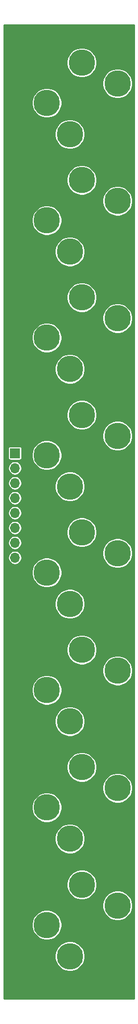
<source format=gbr>
%TF.GenerationSoftware,KiCad,Pcbnew,(5.1.6)-1*%
%TF.CreationDate,2020-06-17T23:21:10-05:00*%
%TF.ProjectId,Euro Playset,4575726f-2050-46c6-9179-7365742e6b69,rev?*%
%TF.SameCoordinates,Original*%
%TF.FileFunction,Copper,L2,Bot*%
%TF.FilePolarity,Positive*%
%FSLAX46Y46*%
G04 Gerber Fmt 4.6, Leading zero omitted, Abs format (unit mm)*
G04 Created by KiCad (PCBNEW (5.1.6)-1) date 2020-06-17 23:21:10*
%MOMM*%
%LPD*%
G01*
G04 APERTURE LIST*
%TA.AperFunction,ComponentPad*%
%ADD10O,1.700000X1.700000*%
%TD*%
%TA.AperFunction,ComponentPad*%
%ADD11R,1.700000X1.700000*%
%TD*%
%TA.AperFunction,ComponentPad*%
%ADD12R,4.500000X4.500000*%
%TD*%
%TA.AperFunction,ComponentPad*%
%ADD13C,4.500000*%
%TD*%
%TA.AperFunction,Conductor*%
%ADD14C,0.254000*%
%TD*%
G04 APERTURE END LIST*
D10*
%TO.P,C2,9*%
%TO.N,GND*%
X373700000Y-213420000D03*
%TO.P,C2,8*%
%TO.N,Net-(J10-Pad8)*%
X373700000Y-210880000D03*
%TO.P,C2,7*%
%TO.N,Net-(J10-Pad7)*%
X373700000Y-208340000D03*
%TO.P,C2,6*%
%TO.N,Net-(J10-Pad6)*%
X373700000Y-205800000D03*
%TO.P,C2,5*%
%TO.N,Net-(J10-Pad5)*%
X373700000Y-203260000D03*
%TO.P,C2,4*%
%TO.N,Net-(J10-Pad4)*%
X373700000Y-200720000D03*
%TO.P,C2,3*%
%TO.N,Net-(J10-Pad3)*%
X373700000Y-198180000D03*
%TO.P,C2,2*%
%TO.N,Net-(J10-Pad2)*%
X373700000Y-195640000D03*
D11*
%TO.P,C2,1*%
%TO.N,Net-(J10-Pad1)*%
X373700000Y-193100000D03*
%TD*%
D12*
%TO.P,J16,G*%
%TO.N,GND*%
X390184000Y-237252000D03*
D13*
%TO.P,J16,S*%
%TO.N,Net-(J16-PadS)*%
X385104000Y-226584000D03*
%TO.P,J16,T*%
%TO.N,Net-(J10-Pad6)*%
X379135000Y-233442000D03*
%TO.P,J16,SN*%
%TO.N,Net-(J16-PadSN)*%
X391200000Y-230140000D03*
%TO.P,J16,TN*%
%TO.N,Net-(J16-PadTN)*%
X383072000Y-238776000D03*
%TD*%
D12*
%TO.P,J12,G*%
%TO.N,GND*%
X390184000Y-157252000D03*
D13*
%TO.P,J12,S*%
%TO.N,Net-(J12-PadS)*%
X385104000Y-146584000D03*
%TO.P,J12,T*%
%TO.N,Net-(J10-Pad2)*%
X379135000Y-153442000D03*
%TO.P,J12,SN*%
%TO.N,Net-(J12-PadSN)*%
X391200000Y-150140000D03*
%TO.P,J12,TN*%
%TO.N,Net-(J12-PadTN)*%
X383072000Y-158776000D03*
%TD*%
D12*
%TO.P,J11,G*%
%TO.N,GND*%
X390184000Y-137252000D03*
D13*
%TO.P,J11,S*%
%TO.N,Net-(J11-PadS)*%
X385104000Y-126584000D03*
%TO.P,J11,T*%
%TO.N,Net-(J10-Pad1)*%
X379135000Y-133442000D03*
%TO.P,J11,SN*%
%TO.N,Net-(J11-PadSN)*%
X391200000Y-130140000D03*
%TO.P,J11,TN*%
%TO.N,Net-(J11-PadTN)*%
X383072000Y-138776000D03*
%TD*%
D12*
%TO.P,J15,G*%
%TO.N,GND*%
X390184000Y-217252000D03*
D13*
%TO.P,J15,S*%
%TO.N,Net-(J15-PadS)*%
X385104000Y-206584000D03*
%TO.P,J15,T*%
%TO.N,Net-(J10-Pad5)*%
X379135000Y-213442000D03*
%TO.P,J15,SN*%
%TO.N,Net-(J15-PadSN)*%
X391200000Y-210140000D03*
%TO.P,J15,TN*%
%TO.N,Net-(J15-PadTN)*%
X383072000Y-218776000D03*
%TD*%
D12*
%TO.P,J14,G*%
%TO.N,GND*%
X390184000Y-197252000D03*
D13*
%TO.P,J14,S*%
%TO.N,Net-(J14-PadS)*%
X385104000Y-186584000D03*
%TO.P,J14,T*%
%TO.N,Net-(J10-Pad4)*%
X379135000Y-193442000D03*
%TO.P,J14,SN*%
%TO.N,Net-(J14-PadSN)*%
X391200000Y-190140000D03*
%TO.P,J14,TN*%
%TO.N,Net-(J14-PadTN)*%
X383072000Y-198776000D03*
%TD*%
D12*
%TO.P,J13,G*%
%TO.N,GND*%
X390184000Y-177252000D03*
D13*
%TO.P,J13,S*%
%TO.N,Net-(J13-PadS)*%
X385104000Y-166584000D03*
%TO.P,J13,T*%
%TO.N,Net-(J10-Pad3)*%
X379135000Y-173442000D03*
%TO.P,J13,SN*%
%TO.N,Net-(J13-PadSN)*%
X391200000Y-170140000D03*
%TO.P,J13,TN*%
%TO.N,Net-(J13-PadTN)*%
X383072000Y-178776000D03*
%TD*%
D12*
%TO.P,J18,G*%
%TO.N,GND*%
X390184000Y-277252000D03*
D13*
%TO.P,J18,S*%
%TO.N,Net-(J18-PadS)*%
X385104000Y-266584000D03*
%TO.P,J18,T*%
%TO.N,Net-(J10-Pad8)*%
X379135000Y-273442000D03*
%TO.P,J18,SN*%
%TO.N,Net-(J18-PadSN)*%
X391200000Y-270140000D03*
%TO.P,J18,TN*%
%TO.N,Net-(J18-PadTN)*%
X383072000Y-278776000D03*
%TD*%
D12*
%TO.P,J17,G*%
%TO.N,GND*%
X390184000Y-257252000D03*
D13*
%TO.P,J17,S*%
%TO.N,Net-(J17-PadS)*%
X385104000Y-246584000D03*
%TO.P,J17,T*%
%TO.N,Net-(J10-Pad7)*%
X379135000Y-253442000D03*
%TO.P,J17,SN*%
%TO.N,Net-(J17-PadSN)*%
X391200000Y-250140000D03*
%TO.P,J17,TN*%
%TO.N,Net-(J17-PadTN)*%
X383072000Y-258776000D03*
%TD*%
D14*
%TO.N,GND*%
G36*
X394048000Y-286048000D02*
G01*
X371852000Y-286048000D01*
X371852000Y-278522188D01*
X380495000Y-278522188D01*
X380495000Y-279029812D01*
X380594033Y-279527683D01*
X380788292Y-279996667D01*
X381070313Y-280418742D01*
X381429258Y-280777687D01*
X381851333Y-281059708D01*
X382320317Y-281253967D01*
X382818188Y-281353000D01*
X383325812Y-281353000D01*
X383823683Y-281253967D01*
X384292667Y-281059708D01*
X384714742Y-280777687D01*
X385073687Y-280418742D01*
X385355708Y-279996667D01*
X385549967Y-279527683D01*
X385649000Y-279029812D01*
X385649000Y-278522188D01*
X385549967Y-278024317D01*
X385355708Y-277555333D01*
X385073687Y-277133258D01*
X384714742Y-276774313D01*
X384292667Y-276492292D01*
X383823683Y-276298033D01*
X383325812Y-276199000D01*
X382818188Y-276199000D01*
X382320317Y-276298033D01*
X381851333Y-276492292D01*
X381429258Y-276774313D01*
X381070313Y-277133258D01*
X380788292Y-277555333D01*
X380594033Y-278024317D01*
X380495000Y-278522188D01*
X371852000Y-278522188D01*
X371852000Y-273188188D01*
X376558000Y-273188188D01*
X376558000Y-273695812D01*
X376657033Y-274193683D01*
X376851292Y-274662667D01*
X377133313Y-275084742D01*
X377492258Y-275443687D01*
X377914333Y-275725708D01*
X378383317Y-275919967D01*
X378881188Y-276019000D01*
X379388812Y-276019000D01*
X379886683Y-275919967D01*
X380355667Y-275725708D01*
X380777742Y-275443687D01*
X381136687Y-275084742D01*
X381418708Y-274662667D01*
X381612967Y-274193683D01*
X381712000Y-273695812D01*
X381712000Y-273188188D01*
X381612967Y-272690317D01*
X381418708Y-272221333D01*
X381136687Y-271799258D01*
X380777742Y-271440313D01*
X380355667Y-271158292D01*
X379886683Y-270964033D01*
X379388812Y-270865000D01*
X378881188Y-270865000D01*
X378383317Y-270964033D01*
X377914333Y-271158292D01*
X377492258Y-271440313D01*
X377133313Y-271799258D01*
X376851292Y-272221333D01*
X376657033Y-272690317D01*
X376558000Y-273188188D01*
X371852000Y-273188188D01*
X371852000Y-269886188D01*
X388623000Y-269886188D01*
X388623000Y-270393812D01*
X388722033Y-270891683D01*
X388916292Y-271360667D01*
X389198313Y-271782742D01*
X389557258Y-272141687D01*
X389979333Y-272423708D01*
X390448317Y-272617967D01*
X390946188Y-272717000D01*
X391453812Y-272717000D01*
X391951683Y-272617967D01*
X392420667Y-272423708D01*
X392842742Y-272141687D01*
X393201687Y-271782742D01*
X393483708Y-271360667D01*
X393677967Y-270891683D01*
X393777000Y-270393812D01*
X393777000Y-269886188D01*
X393677967Y-269388317D01*
X393483708Y-268919333D01*
X393201687Y-268497258D01*
X392842742Y-268138313D01*
X392420667Y-267856292D01*
X391951683Y-267662033D01*
X391453812Y-267563000D01*
X390946188Y-267563000D01*
X390448317Y-267662033D01*
X389979333Y-267856292D01*
X389557258Y-268138313D01*
X389198313Y-268497258D01*
X388916292Y-268919333D01*
X388722033Y-269388317D01*
X388623000Y-269886188D01*
X371852000Y-269886188D01*
X371852000Y-266330188D01*
X382527000Y-266330188D01*
X382527000Y-266837812D01*
X382626033Y-267335683D01*
X382820292Y-267804667D01*
X383102313Y-268226742D01*
X383461258Y-268585687D01*
X383883333Y-268867708D01*
X384352317Y-269061967D01*
X384850188Y-269161000D01*
X385357812Y-269161000D01*
X385855683Y-269061967D01*
X386324667Y-268867708D01*
X386746742Y-268585687D01*
X387105687Y-268226742D01*
X387387708Y-267804667D01*
X387581967Y-267335683D01*
X387681000Y-266837812D01*
X387681000Y-266330188D01*
X387581967Y-265832317D01*
X387387708Y-265363333D01*
X387105687Y-264941258D01*
X386746742Y-264582313D01*
X386324667Y-264300292D01*
X385855683Y-264106033D01*
X385357812Y-264007000D01*
X384850188Y-264007000D01*
X384352317Y-264106033D01*
X383883333Y-264300292D01*
X383461258Y-264582313D01*
X383102313Y-264941258D01*
X382820292Y-265363333D01*
X382626033Y-265832317D01*
X382527000Y-266330188D01*
X371852000Y-266330188D01*
X371852000Y-258522188D01*
X380495000Y-258522188D01*
X380495000Y-259029812D01*
X380594033Y-259527683D01*
X380788292Y-259996667D01*
X381070313Y-260418742D01*
X381429258Y-260777687D01*
X381851333Y-261059708D01*
X382320317Y-261253967D01*
X382818188Y-261353000D01*
X383325812Y-261353000D01*
X383823683Y-261253967D01*
X384292667Y-261059708D01*
X384714742Y-260777687D01*
X385073687Y-260418742D01*
X385355708Y-259996667D01*
X385549967Y-259527683D01*
X385649000Y-259029812D01*
X385649000Y-258522188D01*
X385549967Y-258024317D01*
X385355708Y-257555333D01*
X385073687Y-257133258D01*
X384714742Y-256774313D01*
X384292667Y-256492292D01*
X383823683Y-256298033D01*
X383325812Y-256199000D01*
X382818188Y-256199000D01*
X382320317Y-256298033D01*
X381851333Y-256492292D01*
X381429258Y-256774313D01*
X381070313Y-257133258D01*
X380788292Y-257555333D01*
X380594033Y-258024317D01*
X380495000Y-258522188D01*
X371852000Y-258522188D01*
X371852000Y-253188188D01*
X376558000Y-253188188D01*
X376558000Y-253695812D01*
X376657033Y-254193683D01*
X376851292Y-254662667D01*
X377133313Y-255084742D01*
X377492258Y-255443687D01*
X377914333Y-255725708D01*
X378383317Y-255919967D01*
X378881188Y-256019000D01*
X379388812Y-256019000D01*
X379886683Y-255919967D01*
X380355667Y-255725708D01*
X380777742Y-255443687D01*
X381136687Y-255084742D01*
X381418708Y-254662667D01*
X381612967Y-254193683D01*
X381712000Y-253695812D01*
X381712000Y-253188188D01*
X381612967Y-252690317D01*
X381418708Y-252221333D01*
X381136687Y-251799258D01*
X380777742Y-251440313D01*
X380355667Y-251158292D01*
X379886683Y-250964033D01*
X379388812Y-250865000D01*
X378881188Y-250865000D01*
X378383317Y-250964033D01*
X377914333Y-251158292D01*
X377492258Y-251440313D01*
X377133313Y-251799258D01*
X376851292Y-252221333D01*
X376657033Y-252690317D01*
X376558000Y-253188188D01*
X371852000Y-253188188D01*
X371852000Y-249886188D01*
X388623000Y-249886188D01*
X388623000Y-250393812D01*
X388722033Y-250891683D01*
X388916292Y-251360667D01*
X389198313Y-251782742D01*
X389557258Y-252141687D01*
X389979333Y-252423708D01*
X390448317Y-252617967D01*
X390946188Y-252717000D01*
X391453812Y-252717000D01*
X391951683Y-252617967D01*
X392420667Y-252423708D01*
X392842742Y-252141687D01*
X393201687Y-251782742D01*
X393483708Y-251360667D01*
X393677967Y-250891683D01*
X393777000Y-250393812D01*
X393777000Y-249886188D01*
X393677967Y-249388317D01*
X393483708Y-248919333D01*
X393201687Y-248497258D01*
X392842742Y-248138313D01*
X392420667Y-247856292D01*
X391951683Y-247662033D01*
X391453812Y-247563000D01*
X390946188Y-247563000D01*
X390448317Y-247662033D01*
X389979333Y-247856292D01*
X389557258Y-248138313D01*
X389198313Y-248497258D01*
X388916292Y-248919333D01*
X388722033Y-249388317D01*
X388623000Y-249886188D01*
X371852000Y-249886188D01*
X371852000Y-246330188D01*
X382527000Y-246330188D01*
X382527000Y-246837812D01*
X382626033Y-247335683D01*
X382820292Y-247804667D01*
X383102313Y-248226742D01*
X383461258Y-248585687D01*
X383883333Y-248867708D01*
X384352317Y-249061967D01*
X384850188Y-249161000D01*
X385357812Y-249161000D01*
X385855683Y-249061967D01*
X386324667Y-248867708D01*
X386746742Y-248585687D01*
X387105687Y-248226742D01*
X387387708Y-247804667D01*
X387581967Y-247335683D01*
X387681000Y-246837812D01*
X387681000Y-246330188D01*
X387581967Y-245832317D01*
X387387708Y-245363333D01*
X387105687Y-244941258D01*
X386746742Y-244582313D01*
X386324667Y-244300292D01*
X385855683Y-244106033D01*
X385357812Y-244007000D01*
X384850188Y-244007000D01*
X384352317Y-244106033D01*
X383883333Y-244300292D01*
X383461258Y-244582313D01*
X383102313Y-244941258D01*
X382820292Y-245363333D01*
X382626033Y-245832317D01*
X382527000Y-246330188D01*
X371852000Y-246330188D01*
X371852000Y-238522188D01*
X380495000Y-238522188D01*
X380495000Y-239029812D01*
X380594033Y-239527683D01*
X380788292Y-239996667D01*
X381070313Y-240418742D01*
X381429258Y-240777687D01*
X381851333Y-241059708D01*
X382320317Y-241253967D01*
X382818188Y-241353000D01*
X383325812Y-241353000D01*
X383823683Y-241253967D01*
X384292667Y-241059708D01*
X384714742Y-240777687D01*
X385073687Y-240418742D01*
X385355708Y-239996667D01*
X385549967Y-239527683D01*
X385649000Y-239029812D01*
X385649000Y-238522188D01*
X385549967Y-238024317D01*
X385355708Y-237555333D01*
X385073687Y-237133258D01*
X384714742Y-236774313D01*
X384292667Y-236492292D01*
X383823683Y-236298033D01*
X383325812Y-236199000D01*
X382818188Y-236199000D01*
X382320317Y-236298033D01*
X381851333Y-236492292D01*
X381429258Y-236774313D01*
X381070313Y-237133258D01*
X380788292Y-237555333D01*
X380594033Y-238024317D01*
X380495000Y-238522188D01*
X371852000Y-238522188D01*
X371852000Y-233188188D01*
X376558000Y-233188188D01*
X376558000Y-233695812D01*
X376657033Y-234193683D01*
X376851292Y-234662667D01*
X377133313Y-235084742D01*
X377492258Y-235443687D01*
X377914333Y-235725708D01*
X378383317Y-235919967D01*
X378881188Y-236019000D01*
X379388812Y-236019000D01*
X379886683Y-235919967D01*
X380355667Y-235725708D01*
X380777742Y-235443687D01*
X381136687Y-235084742D01*
X381418708Y-234662667D01*
X381612967Y-234193683D01*
X381712000Y-233695812D01*
X381712000Y-233188188D01*
X381612967Y-232690317D01*
X381418708Y-232221333D01*
X381136687Y-231799258D01*
X380777742Y-231440313D01*
X380355667Y-231158292D01*
X379886683Y-230964033D01*
X379388812Y-230865000D01*
X378881188Y-230865000D01*
X378383317Y-230964033D01*
X377914333Y-231158292D01*
X377492258Y-231440313D01*
X377133313Y-231799258D01*
X376851292Y-232221333D01*
X376657033Y-232690317D01*
X376558000Y-233188188D01*
X371852000Y-233188188D01*
X371852000Y-229886188D01*
X388623000Y-229886188D01*
X388623000Y-230393812D01*
X388722033Y-230891683D01*
X388916292Y-231360667D01*
X389198313Y-231782742D01*
X389557258Y-232141687D01*
X389979333Y-232423708D01*
X390448317Y-232617967D01*
X390946188Y-232717000D01*
X391453812Y-232717000D01*
X391951683Y-232617967D01*
X392420667Y-232423708D01*
X392842742Y-232141687D01*
X393201687Y-231782742D01*
X393483708Y-231360667D01*
X393677967Y-230891683D01*
X393777000Y-230393812D01*
X393777000Y-229886188D01*
X393677967Y-229388317D01*
X393483708Y-228919333D01*
X393201687Y-228497258D01*
X392842742Y-228138313D01*
X392420667Y-227856292D01*
X391951683Y-227662033D01*
X391453812Y-227563000D01*
X390946188Y-227563000D01*
X390448317Y-227662033D01*
X389979333Y-227856292D01*
X389557258Y-228138313D01*
X389198313Y-228497258D01*
X388916292Y-228919333D01*
X388722033Y-229388317D01*
X388623000Y-229886188D01*
X371852000Y-229886188D01*
X371852000Y-226330188D01*
X382527000Y-226330188D01*
X382527000Y-226837812D01*
X382626033Y-227335683D01*
X382820292Y-227804667D01*
X383102313Y-228226742D01*
X383461258Y-228585687D01*
X383883333Y-228867708D01*
X384352317Y-229061967D01*
X384850188Y-229161000D01*
X385357812Y-229161000D01*
X385855683Y-229061967D01*
X386324667Y-228867708D01*
X386746742Y-228585687D01*
X387105687Y-228226742D01*
X387387708Y-227804667D01*
X387581967Y-227335683D01*
X387681000Y-226837812D01*
X387681000Y-226330188D01*
X387581967Y-225832317D01*
X387387708Y-225363333D01*
X387105687Y-224941258D01*
X386746742Y-224582313D01*
X386324667Y-224300292D01*
X385855683Y-224106033D01*
X385357812Y-224007000D01*
X384850188Y-224007000D01*
X384352317Y-224106033D01*
X383883333Y-224300292D01*
X383461258Y-224582313D01*
X383102313Y-224941258D01*
X382820292Y-225363333D01*
X382626033Y-225832317D01*
X382527000Y-226330188D01*
X371852000Y-226330188D01*
X371852000Y-218522188D01*
X380495000Y-218522188D01*
X380495000Y-219029812D01*
X380594033Y-219527683D01*
X380788292Y-219996667D01*
X381070313Y-220418742D01*
X381429258Y-220777687D01*
X381851333Y-221059708D01*
X382320317Y-221253967D01*
X382818188Y-221353000D01*
X383325812Y-221353000D01*
X383823683Y-221253967D01*
X384292667Y-221059708D01*
X384714742Y-220777687D01*
X385073687Y-220418742D01*
X385355708Y-219996667D01*
X385549967Y-219527683D01*
X385649000Y-219029812D01*
X385649000Y-218522188D01*
X385549967Y-218024317D01*
X385355708Y-217555333D01*
X385073687Y-217133258D01*
X384714742Y-216774313D01*
X384292667Y-216492292D01*
X383823683Y-216298033D01*
X383325812Y-216199000D01*
X382818188Y-216199000D01*
X382320317Y-216298033D01*
X381851333Y-216492292D01*
X381429258Y-216774313D01*
X381070313Y-217133258D01*
X380788292Y-217555333D01*
X380594033Y-218024317D01*
X380495000Y-218522188D01*
X371852000Y-218522188D01*
X371852000Y-213188188D01*
X376558000Y-213188188D01*
X376558000Y-213695812D01*
X376657033Y-214193683D01*
X376851292Y-214662667D01*
X377133313Y-215084742D01*
X377492258Y-215443687D01*
X377914333Y-215725708D01*
X378383317Y-215919967D01*
X378881188Y-216019000D01*
X379388812Y-216019000D01*
X379886683Y-215919967D01*
X380355667Y-215725708D01*
X380777742Y-215443687D01*
X381136687Y-215084742D01*
X381418708Y-214662667D01*
X381612967Y-214193683D01*
X381712000Y-213695812D01*
X381712000Y-213188188D01*
X381612967Y-212690317D01*
X381418708Y-212221333D01*
X381136687Y-211799258D01*
X380777742Y-211440313D01*
X380355667Y-211158292D01*
X379886683Y-210964033D01*
X379388812Y-210865000D01*
X378881188Y-210865000D01*
X378383317Y-210964033D01*
X377914333Y-211158292D01*
X377492258Y-211440313D01*
X377133313Y-211799258D01*
X376851292Y-212221333D01*
X376657033Y-212690317D01*
X376558000Y-213188188D01*
X371852000Y-213188188D01*
X371852000Y-210764076D01*
X372523000Y-210764076D01*
X372523000Y-210995924D01*
X372568231Y-211223318D01*
X372656956Y-211437519D01*
X372785764Y-211630294D01*
X372949706Y-211794236D01*
X373142481Y-211923044D01*
X373356682Y-212011769D01*
X373584076Y-212057000D01*
X373815924Y-212057000D01*
X374043318Y-212011769D01*
X374257519Y-211923044D01*
X374450294Y-211794236D01*
X374614236Y-211630294D01*
X374743044Y-211437519D01*
X374831769Y-211223318D01*
X374877000Y-210995924D01*
X374877000Y-210764076D01*
X374831769Y-210536682D01*
X374743044Y-210322481D01*
X374614236Y-210129706D01*
X374450294Y-209965764D01*
X374331200Y-209886188D01*
X388623000Y-209886188D01*
X388623000Y-210393812D01*
X388722033Y-210891683D01*
X388916292Y-211360667D01*
X389198313Y-211782742D01*
X389557258Y-212141687D01*
X389979333Y-212423708D01*
X390448317Y-212617967D01*
X390946188Y-212717000D01*
X391453812Y-212717000D01*
X391951683Y-212617967D01*
X392420667Y-212423708D01*
X392842742Y-212141687D01*
X393201687Y-211782742D01*
X393483708Y-211360667D01*
X393677967Y-210891683D01*
X393777000Y-210393812D01*
X393777000Y-209886188D01*
X393677967Y-209388317D01*
X393483708Y-208919333D01*
X393201687Y-208497258D01*
X392842742Y-208138313D01*
X392420667Y-207856292D01*
X391951683Y-207662033D01*
X391453812Y-207563000D01*
X390946188Y-207563000D01*
X390448317Y-207662033D01*
X389979333Y-207856292D01*
X389557258Y-208138313D01*
X389198313Y-208497258D01*
X388916292Y-208919333D01*
X388722033Y-209388317D01*
X388623000Y-209886188D01*
X374331200Y-209886188D01*
X374257519Y-209836956D01*
X374043318Y-209748231D01*
X373815924Y-209703000D01*
X373584076Y-209703000D01*
X373356682Y-209748231D01*
X373142481Y-209836956D01*
X372949706Y-209965764D01*
X372785764Y-210129706D01*
X372656956Y-210322481D01*
X372568231Y-210536682D01*
X372523000Y-210764076D01*
X371852000Y-210764076D01*
X371852000Y-208224076D01*
X372523000Y-208224076D01*
X372523000Y-208455924D01*
X372568231Y-208683318D01*
X372656956Y-208897519D01*
X372785764Y-209090294D01*
X372949706Y-209254236D01*
X373142481Y-209383044D01*
X373356682Y-209471769D01*
X373584076Y-209517000D01*
X373815924Y-209517000D01*
X374043318Y-209471769D01*
X374257519Y-209383044D01*
X374450294Y-209254236D01*
X374614236Y-209090294D01*
X374743044Y-208897519D01*
X374831769Y-208683318D01*
X374877000Y-208455924D01*
X374877000Y-208224076D01*
X374831769Y-207996682D01*
X374743044Y-207782481D01*
X374614236Y-207589706D01*
X374450294Y-207425764D01*
X374257519Y-207296956D01*
X374043318Y-207208231D01*
X373815924Y-207163000D01*
X373584076Y-207163000D01*
X373356682Y-207208231D01*
X373142481Y-207296956D01*
X372949706Y-207425764D01*
X372785764Y-207589706D01*
X372656956Y-207782481D01*
X372568231Y-207996682D01*
X372523000Y-208224076D01*
X371852000Y-208224076D01*
X371852000Y-205684076D01*
X372523000Y-205684076D01*
X372523000Y-205915924D01*
X372568231Y-206143318D01*
X372656956Y-206357519D01*
X372785764Y-206550294D01*
X372949706Y-206714236D01*
X373142481Y-206843044D01*
X373356682Y-206931769D01*
X373584076Y-206977000D01*
X373815924Y-206977000D01*
X374043318Y-206931769D01*
X374257519Y-206843044D01*
X374450294Y-206714236D01*
X374614236Y-206550294D01*
X374743044Y-206357519D01*
X374754364Y-206330188D01*
X382527000Y-206330188D01*
X382527000Y-206837812D01*
X382626033Y-207335683D01*
X382820292Y-207804667D01*
X383102313Y-208226742D01*
X383461258Y-208585687D01*
X383883333Y-208867708D01*
X384352317Y-209061967D01*
X384850188Y-209161000D01*
X385357812Y-209161000D01*
X385855683Y-209061967D01*
X386324667Y-208867708D01*
X386746742Y-208585687D01*
X387105687Y-208226742D01*
X387387708Y-207804667D01*
X387581967Y-207335683D01*
X387681000Y-206837812D01*
X387681000Y-206330188D01*
X387581967Y-205832317D01*
X387387708Y-205363333D01*
X387105687Y-204941258D01*
X386746742Y-204582313D01*
X386324667Y-204300292D01*
X385855683Y-204106033D01*
X385357812Y-204007000D01*
X384850188Y-204007000D01*
X384352317Y-204106033D01*
X383883333Y-204300292D01*
X383461258Y-204582313D01*
X383102313Y-204941258D01*
X382820292Y-205363333D01*
X382626033Y-205832317D01*
X382527000Y-206330188D01*
X374754364Y-206330188D01*
X374831769Y-206143318D01*
X374877000Y-205915924D01*
X374877000Y-205684076D01*
X374831769Y-205456682D01*
X374743044Y-205242481D01*
X374614236Y-205049706D01*
X374450294Y-204885764D01*
X374257519Y-204756956D01*
X374043318Y-204668231D01*
X373815924Y-204623000D01*
X373584076Y-204623000D01*
X373356682Y-204668231D01*
X373142481Y-204756956D01*
X372949706Y-204885764D01*
X372785764Y-205049706D01*
X372656956Y-205242481D01*
X372568231Y-205456682D01*
X372523000Y-205684076D01*
X371852000Y-205684076D01*
X371852000Y-203144076D01*
X372523000Y-203144076D01*
X372523000Y-203375924D01*
X372568231Y-203603318D01*
X372656956Y-203817519D01*
X372785764Y-204010294D01*
X372949706Y-204174236D01*
X373142481Y-204303044D01*
X373356682Y-204391769D01*
X373584076Y-204437000D01*
X373815924Y-204437000D01*
X374043318Y-204391769D01*
X374257519Y-204303044D01*
X374450294Y-204174236D01*
X374614236Y-204010294D01*
X374743044Y-203817519D01*
X374831769Y-203603318D01*
X374877000Y-203375924D01*
X374877000Y-203144076D01*
X374831769Y-202916682D01*
X374743044Y-202702481D01*
X374614236Y-202509706D01*
X374450294Y-202345764D01*
X374257519Y-202216956D01*
X374043318Y-202128231D01*
X373815924Y-202083000D01*
X373584076Y-202083000D01*
X373356682Y-202128231D01*
X373142481Y-202216956D01*
X372949706Y-202345764D01*
X372785764Y-202509706D01*
X372656956Y-202702481D01*
X372568231Y-202916682D01*
X372523000Y-203144076D01*
X371852000Y-203144076D01*
X371852000Y-200604076D01*
X372523000Y-200604076D01*
X372523000Y-200835924D01*
X372568231Y-201063318D01*
X372656956Y-201277519D01*
X372785764Y-201470294D01*
X372949706Y-201634236D01*
X373142481Y-201763044D01*
X373356682Y-201851769D01*
X373584076Y-201897000D01*
X373815924Y-201897000D01*
X374043318Y-201851769D01*
X374257519Y-201763044D01*
X374450294Y-201634236D01*
X374614236Y-201470294D01*
X374743044Y-201277519D01*
X374831769Y-201063318D01*
X374877000Y-200835924D01*
X374877000Y-200604076D01*
X374831769Y-200376682D01*
X374743044Y-200162481D01*
X374614236Y-199969706D01*
X374450294Y-199805764D01*
X374257519Y-199676956D01*
X374043318Y-199588231D01*
X373815924Y-199543000D01*
X373584076Y-199543000D01*
X373356682Y-199588231D01*
X373142481Y-199676956D01*
X372949706Y-199805764D01*
X372785764Y-199969706D01*
X372656956Y-200162481D01*
X372568231Y-200376682D01*
X372523000Y-200604076D01*
X371852000Y-200604076D01*
X371852000Y-198064076D01*
X372523000Y-198064076D01*
X372523000Y-198295924D01*
X372568231Y-198523318D01*
X372656956Y-198737519D01*
X372785764Y-198930294D01*
X372949706Y-199094236D01*
X373142481Y-199223044D01*
X373356682Y-199311769D01*
X373584076Y-199357000D01*
X373815924Y-199357000D01*
X374043318Y-199311769D01*
X374257519Y-199223044D01*
X374450294Y-199094236D01*
X374614236Y-198930294D01*
X374743044Y-198737519D01*
X374831769Y-198523318D01*
X374831993Y-198522188D01*
X380495000Y-198522188D01*
X380495000Y-199029812D01*
X380594033Y-199527683D01*
X380788292Y-199996667D01*
X381070313Y-200418742D01*
X381429258Y-200777687D01*
X381851333Y-201059708D01*
X382320317Y-201253967D01*
X382818188Y-201353000D01*
X383325812Y-201353000D01*
X383823683Y-201253967D01*
X384292667Y-201059708D01*
X384714742Y-200777687D01*
X385073687Y-200418742D01*
X385355708Y-199996667D01*
X385549967Y-199527683D01*
X385649000Y-199029812D01*
X385649000Y-198522188D01*
X385549967Y-198024317D01*
X385355708Y-197555333D01*
X385073687Y-197133258D01*
X384714742Y-196774313D01*
X384292667Y-196492292D01*
X383823683Y-196298033D01*
X383325812Y-196199000D01*
X382818188Y-196199000D01*
X382320317Y-196298033D01*
X381851333Y-196492292D01*
X381429258Y-196774313D01*
X381070313Y-197133258D01*
X380788292Y-197555333D01*
X380594033Y-198024317D01*
X380495000Y-198522188D01*
X374831993Y-198522188D01*
X374877000Y-198295924D01*
X374877000Y-198064076D01*
X374831769Y-197836682D01*
X374743044Y-197622481D01*
X374614236Y-197429706D01*
X374450294Y-197265764D01*
X374257519Y-197136956D01*
X374043318Y-197048231D01*
X373815924Y-197003000D01*
X373584076Y-197003000D01*
X373356682Y-197048231D01*
X373142481Y-197136956D01*
X372949706Y-197265764D01*
X372785764Y-197429706D01*
X372656956Y-197622481D01*
X372568231Y-197836682D01*
X372523000Y-198064076D01*
X371852000Y-198064076D01*
X371852000Y-195524076D01*
X372523000Y-195524076D01*
X372523000Y-195755924D01*
X372568231Y-195983318D01*
X372656956Y-196197519D01*
X372785764Y-196390294D01*
X372949706Y-196554236D01*
X373142481Y-196683044D01*
X373356682Y-196771769D01*
X373584076Y-196817000D01*
X373815924Y-196817000D01*
X374043318Y-196771769D01*
X374257519Y-196683044D01*
X374450294Y-196554236D01*
X374614236Y-196390294D01*
X374743044Y-196197519D01*
X374831769Y-195983318D01*
X374877000Y-195755924D01*
X374877000Y-195524076D01*
X374831769Y-195296682D01*
X374743044Y-195082481D01*
X374614236Y-194889706D01*
X374450294Y-194725764D01*
X374257519Y-194596956D01*
X374043318Y-194508231D01*
X373815924Y-194463000D01*
X373584076Y-194463000D01*
X373356682Y-194508231D01*
X373142481Y-194596956D01*
X372949706Y-194725764D01*
X372785764Y-194889706D01*
X372656956Y-195082481D01*
X372568231Y-195296682D01*
X372523000Y-195524076D01*
X371852000Y-195524076D01*
X371852000Y-192250000D01*
X372521418Y-192250000D01*
X372521418Y-193950000D01*
X372527732Y-194014103D01*
X372546430Y-194075743D01*
X372576794Y-194132550D01*
X372617657Y-194182343D01*
X372667450Y-194223206D01*
X372724257Y-194253570D01*
X372785897Y-194272268D01*
X372850000Y-194278582D01*
X374550000Y-194278582D01*
X374614103Y-194272268D01*
X374675743Y-194253570D01*
X374732550Y-194223206D01*
X374782343Y-194182343D01*
X374823206Y-194132550D01*
X374853570Y-194075743D01*
X374872268Y-194014103D01*
X374878582Y-193950000D01*
X374878582Y-193188188D01*
X376558000Y-193188188D01*
X376558000Y-193695812D01*
X376657033Y-194193683D01*
X376851292Y-194662667D01*
X377133313Y-195084742D01*
X377492258Y-195443687D01*
X377914333Y-195725708D01*
X378383317Y-195919967D01*
X378881188Y-196019000D01*
X379388812Y-196019000D01*
X379886683Y-195919967D01*
X380355667Y-195725708D01*
X380777742Y-195443687D01*
X381136687Y-195084742D01*
X381418708Y-194662667D01*
X381612967Y-194193683D01*
X381712000Y-193695812D01*
X381712000Y-193188188D01*
X381612967Y-192690317D01*
X381418708Y-192221333D01*
X381136687Y-191799258D01*
X380777742Y-191440313D01*
X380355667Y-191158292D01*
X379886683Y-190964033D01*
X379388812Y-190865000D01*
X378881188Y-190865000D01*
X378383317Y-190964033D01*
X377914333Y-191158292D01*
X377492258Y-191440313D01*
X377133313Y-191799258D01*
X376851292Y-192221333D01*
X376657033Y-192690317D01*
X376558000Y-193188188D01*
X374878582Y-193188188D01*
X374878582Y-192250000D01*
X374872268Y-192185897D01*
X374853570Y-192124257D01*
X374823206Y-192067450D01*
X374782343Y-192017657D01*
X374732550Y-191976794D01*
X374675743Y-191946430D01*
X374614103Y-191927732D01*
X374550000Y-191921418D01*
X372850000Y-191921418D01*
X372785897Y-191927732D01*
X372724257Y-191946430D01*
X372667450Y-191976794D01*
X372617657Y-192017657D01*
X372576794Y-192067450D01*
X372546430Y-192124257D01*
X372527732Y-192185897D01*
X372521418Y-192250000D01*
X371852000Y-192250000D01*
X371852000Y-189886188D01*
X388623000Y-189886188D01*
X388623000Y-190393812D01*
X388722033Y-190891683D01*
X388916292Y-191360667D01*
X389198313Y-191782742D01*
X389557258Y-192141687D01*
X389979333Y-192423708D01*
X390448317Y-192617967D01*
X390946188Y-192717000D01*
X391453812Y-192717000D01*
X391951683Y-192617967D01*
X392420667Y-192423708D01*
X392842742Y-192141687D01*
X393201687Y-191782742D01*
X393483708Y-191360667D01*
X393677967Y-190891683D01*
X393777000Y-190393812D01*
X393777000Y-189886188D01*
X393677967Y-189388317D01*
X393483708Y-188919333D01*
X393201687Y-188497258D01*
X392842742Y-188138313D01*
X392420667Y-187856292D01*
X391951683Y-187662033D01*
X391453812Y-187563000D01*
X390946188Y-187563000D01*
X390448317Y-187662033D01*
X389979333Y-187856292D01*
X389557258Y-188138313D01*
X389198313Y-188497258D01*
X388916292Y-188919333D01*
X388722033Y-189388317D01*
X388623000Y-189886188D01*
X371852000Y-189886188D01*
X371852000Y-186330188D01*
X382527000Y-186330188D01*
X382527000Y-186837812D01*
X382626033Y-187335683D01*
X382820292Y-187804667D01*
X383102313Y-188226742D01*
X383461258Y-188585687D01*
X383883333Y-188867708D01*
X384352317Y-189061967D01*
X384850188Y-189161000D01*
X385357812Y-189161000D01*
X385855683Y-189061967D01*
X386324667Y-188867708D01*
X386746742Y-188585687D01*
X387105687Y-188226742D01*
X387387708Y-187804667D01*
X387581967Y-187335683D01*
X387681000Y-186837812D01*
X387681000Y-186330188D01*
X387581967Y-185832317D01*
X387387708Y-185363333D01*
X387105687Y-184941258D01*
X386746742Y-184582313D01*
X386324667Y-184300292D01*
X385855683Y-184106033D01*
X385357812Y-184007000D01*
X384850188Y-184007000D01*
X384352317Y-184106033D01*
X383883333Y-184300292D01*
X383461258Y-184582313D01*
X383102313Y-184941258D01*
X382820292Y-185363333D01*
X382626033Y-185832317D01*
X382527000Y-186330188D01*
X371852000Y-186330188D01*
X371852000Y-178522188D01*
X380495000Y-178522188D01*
X380495000Y-179029812D01*
X380594033Y-179527683D01*
X380788292Y-179996667D01*
X381070313Y-180418742D01*
X381429258Y-180777687D01*
X381851333Y-181059708D01*
X382320317Y-181253967D01*
X382818188Y-181353000D01*
X383325812Y-181353000D01*
X383823683Y-181253967D01*
X384292667Y-181059708D01*
X384714742Y-180777687D01*
X385073687Y-180418742D01*
X385355708Y-179996667D01*
X385549967Y-179527683D01*
X385649000Y-179029812D01*
X385649000Y-178522188D01*
X385549967Y-178024317D01*
X385355708Y-177555333D01*
X385073687Y-177133258D01*
X384714742Y-176774313D01*
X384292667Y-176492292D01*
X383823683Y-176298033D01*
X383325812Y-176199000D01*
X382818188Y-176199000D01*
X382320317Y-176298033D01*
X381851333Y-176492292D01*
X381429258Y-176774313D01*
X381070313Y-177133258D01*
X380788292Y-177555333D01*
X380594033Y-178024317D01*
X380495000Y-178522188D01*
X371852000Y-178522188D01*
X371852000Y-173188188D01*
X376558000Y-173188188D01*
X376558000Y-173695812D01*
X376657033Y-174193683D01*
X376851292Y-174662667D01*
X377133313Y-175084742D01*
X377492258Y-175443687D01*
X377914333Y-175725708D01*
X378383317Y-175919967D01*
X378881188Y-176019000D01*
X379388812Y-176019000D01*
X379886683Y-175919967D01*
X380355667Y-175725708D01*
X380777742Y-175443687D01*
X381136687Y-175084742D01*
X381418708Y-174662667D01*
X381612967Y-174193683D01*
X381712000Y-173695812D01*
X381712000Y-173188188D01*
X381612967Y-172690317D01*
X381418708Y-172221333D01*
X381136687Y-171799258D01*
X380777742Y-171440313D01*
X380355667Y-171158292D01*
X379886683Y-170964033D01*
X379388812Y-170865000D01*
X378881188Y-170865000D01*
X378383317Y-170964033D01*
X377914333Y-171158292D01*
X377492258Y-171440313D01*
X377133313Y-171799258D01*
X376851292Y-172221333D01*
X376657033Y-172690317D01*
X376558000Y-173188188D01*
X371852000Y-173188188D01*
X371852000Y-169886188D01*
X388623000Y-169886188D01*
X388623000Y-170393812D01*
X388722033Y-170891683D01*
X388916292Y-171360667D01*
X389198313Y-171782742D01*
X389557258Y-172141687D01*
X389979333Y-172423708D01*
X390448317Y-172617967D01*
X390946188Y-172717000D01*
X391453812Y-172717000D01*
X391951683Y-172617967D01*
X392420667Y-172423708D01*
X392842742Y-172141687D01*
X393201687Y-171782742D01*
X393483708Y-171360667D01*
X393677967Y-170891683D01*
X393777000Y-170393812D01*
X393777000Y-169886188D01*
X393677967Y-169388317D01*
X393483708Y-168919333D01*
X393201687Y-168497258D01*
X392842742Y-168138313D01*
X392420667Y-167856292D01*
X391951683Y-167662033D01*
X391453812Y-167563000D01*
X390946188Y-167563000D01*
X390448317Y-167662033D01*
X389979333Y-167856292D01*
X389557258Y-168138313D01*
X389198313Y-168497258D01*
X388916292Y-168919333D01*
X388722033Y-169388317D01*
X388623000Y-169886188D01*
X371852000Y-169886188D01*
X371852000Y-166330188D01*
X382527000Y-166330188D01*
X382527000Y-166837812D01*
X382626033Y-167335683D01*
X382820292Y-167804667D01*
X383102313Y-168226742D01*
X383461258Y-168585687D01*
X383883333Y-168867708D01*
X384352317Y-169061967D01*
X384850188Y-169161000D01*
X385357812Y-169161000D01*
X385855683Y-169061967D01*
X386324667Y-168867708D01*
X386746742Y-168585687D01*
X387105687Y-168226742D01*
X387387708Y-167804667D01*
X387581967Y-167335683D01*
X387681000Y-166837812D01*
X387681000Y-166330188D01*
X387581967Y-165832317D01*
X387387708Y-165363333D01*
X387105687Y-164941258D01*
X386746742Y-164582313D01*
X386324667Y-164300292D01*
X385855683Y-164106033D01*
X385357812Y-164007000D01*
X384850188Y-164007000D01*
X384352317Y-164106033D01*
X383883333Y-164300292D01*
X383461258Y-164582313D01*
X383102313Y-164941258D01*
X382820292Y-165363333D01*
X382626033Y-165832317D01*
X382527000Y-166330188D01*
X371852000Y-166330188D01*
X371852000Y-158522188D01*
X380495000Y-158522188D01*
X380495000Y-159029812D01*
X380594033Y-159527683D01*
X380788292Y-159996667D01*
X381070313Y-160418742D01*
X381429258Y-160777687D01*
X381851333Y-161059708D01*
X382320317Y-161253967D01*
X382818188Y-161353000D01*
X383325812Y-161353000D01*
X383823683Y-161253967D01*
X384292667Y-161059708D01*
X384714742Y-160777687D01*
X385073687Y-160418742D01*
X385355708Y-159996667D01*
X385549967Y-159527683D01*
X385649000Y-159029812D01*
X385649000Y-158522188D01*
X385549967Y-158024317D01*
X385355708Y-157555333D01*
X385073687Y-157133258D01*
X384714742Y-156774313D01*
X384292667Y-156492292D01*
X383823683Y-156298033D01*
X383325812Y-156199000D01*
X382818188Y-156199000D01*
X382320317Y-156298033D01*
X381851333Y-156492292D01*
X381429258Y-156774313D01*
X381070313Y-157133258D01*
X380788292Y-157555333D01*
X380594033Y-158024317D01*
X380495000Y-158522188D01*
X371852000Y-158522188D01*
X371852000Y-153188188D01*
X376558000Y-153188188D01*
X376558000Y-153695812D01*
X376657033Y-154193683D01*
X376851292Y-154662667D01*
X377133313Y-155084742D01*
X377492258Y-155443687D01*
X377914333Y-155725708D01*
X378383317Y-155919967D01*
X378881188Y-156019000D01*
X379388812Y-156019000D01*
X379886683Y-155919967D01*
X380355667Y-155725708D01*
X380777742Y-155443687D01*
X381136687Y-155084742D01*
X381418708Y-154662667D01*
X381612967Y-154193683D01*
X381712000Y-153695812D01*
X381712000Y-153188188D01*
X381612967Y-152690317D01*
X381418708Y-152221333D01*
X381136687Y-151799258D01*
X380777742Y-151440313D01*
X380355667Y-151158292D01*
X379886683Y-150964033D01*
X379388812Y-150865000D01*
X378881188Y-150865000D01*
X378383317Y-150964033D01*
X377914333Y-151158292D01*
X377492258Y-151440313D01*
X377133313Y-151799258D01*
X376851292Y-152221333D01*
X376657033Y-152690317D01*
X376558000Y-153188188D01*
X371852000Y-153188188D01*
X371852000Y-149886188D01*
X388623000Y-149886188D01*
X388623000Y-150393812D01*
X388722033Y-150891683D01*
X388916292Y-151360667D01*
X389198313Y-151782742D01*
X389557258Y-152141687D01*
X389979333Y-152423708D01*
X390448317Y-152617967D01*
X390946188Y-152717000D01*
X391453812Y-152717000D01*
X391951683Y-152617967D01*
X392420667Y-152423708D01*
X392842742Y-152141687D01*
X393201687Y-151782742D01*
X393483708Y-151360667D01*
X393677967Y-150891683D01*
X393777000Y-150393812D01*
X393777000Y-149886188D01*
X393677967Y-149388317D01*
X393483708Y-148919333D01*
X393201687Y-148497258D01*
X392842742Y-148138313D01*
X392420667Y-147856292D01*
X391951683Y-147662033D01*
X391453812Y-147563000D01*
X390946188Y-147563000D01*
X390448317Y-147662033D01*
X389979333Y-147856292D01*
X389557258Y-148138313D01*
X389198313Y-148497258D01*
X388916292Y-148919333D01*
X388722033Y-149388317D01*
X388623000Y-149886188D01*
X371852000Y-149886188D01*
X371852000Y-146330188D01*
X382527000Y-146330188D01*
X382527000Y-146837812D01*
X382626033Y-147335683D01*
X382820292Y-147804667D01*
X383102313Y-148226742D01*
X383461258Y-148585687D01*
X383883333Y-148867708D01*
X384352317Y-149061967D01*
X384850188Y-149161000D01*
X385357812Y-149161000D01*
X385855683Y-149061967D01*
X386324667Y-148867708D01*
X386746742Y-148585687D01*
X387105687Y-148226742D01*
X387387708Y-147804667D01*
X387581967Y-147335683D01*
X387681000Y-146837812D01*
X387681000Y-146330188D01*
X387581967Y-145832317D01*
X387387708Y-145363333D01*
X387105687Y-144941258D01*
X386746742Y-144582313D01*
X386324667Y-144300292D01*
X385855683Y-144106033D01*
X385357812Y-144007000D01*
X384850188Y-144007000D01*
X384352317Y-144106033D01*
X383883333Y-144300292D01*
X383461258Y-144582313D01*
X383102313Y-144941258D01*
X382820292Y-145363333D01*
X382626033Y-145832317D01*
X382527000Y-146330188D01*
X371852000Y-146330188D01*
X371852000Y-138522188D01*
X380495000Y-138522188D01*
X380495000Y-139029812D01*
X380594033Y-139527683D01*
X380788292Y-139996667D01*
X381070313Y-140418742D01*
X381429258Y-140777687D01*
X381851333Y-141059708D01*
X382320317Y-141253967D01*
X382818188Y-141353000D01*
X383325812Y-141353000D01*
X383823683Y-141253967D01*
X384292667Y-141059708D01*
X384714742Y-140777687D01*
X385073687Y-140418742D01*
X385355708Y-139996667D01*
X385549967Y-139527683D01*
X385649000Y-139029812D01*
X385649000Y-138522188D01*
X385549967Y-138024317D01*
X385355708Y-137555333D01*
X385073687Y-137133258D01*
X384714742Y-136774313D01*
X384292667Y-136492292D01*
X383823683Y-136298033D01*
X383325812Y-136199000D01*
X382818188Y-136199000D01*
X382320317Y-136298033D01*
X381851333Y-136492292D01*
X381429258Y-136774313D01*
X381070313Y-137133258D01*
X380788292Y-137555333D01*
X380594033Y-138024317D01*
X380495000Y-138522188D01*
X371852000Y-138522188D01*
X371852000Y-133188188D01*
X376558000Y-133188188D01*
X376558000Y-133695812D01*
X376657033Y-134193683D01*
X376851292Y-134662667D01*
X377133313Y-135084742D01*
X377492258Y-135443687D01*
X377914333Y-135725708D01*
X378383317Y-135919967D01*
X378881188Y-136019000D01*
X379388812Y-136019000D01*
X379886683Y-135919967D01*
X380355667Y-135725708D01*
X380777742Y-135443687D01*
X381136687Y-135084742D01*
X381418708Y-134662667D01*
X381612967Y-134193683D01*
X381712000Y-133695812D01*
X381712000Y-133188188D01*
X381612967Y-132690317D01*
X381418708Y-132221333D01*
X381136687Y-131799258D01*
X380777742Y-131440313D01*
X380355667Y-131158292D01*
X379886683Y-130964033D01*
X379388812Y-130865000D01*
X378881188Y-130865000D01*
X378383317Y-130964033D01*
X377914333Y-131158292D01*
X377492258Y-131440313D01*
X377133313Y-131799258D01*
X376851292Y-132221333D01*
X376657033Y-132690317D01*
X376558000Y-133188188D01*
X371852000Y-133188188D01*
X371852000Y-129886188D01*
X388623000Y-129886188D01*
X388623000Y-130393812D01*
X388722033Y-130891683D01*
X388916292Y-131360667D01*
X389198313Y-131782742D01*
X389557258Y-132141687D01*
X389979333Y-132423708D01*
X390448317Y-132617967D01*
X390946188Y-132717000D01*
X391453812Y-132717000D01*
X391951683Y-132617967D01*
X392420667Y-132423708D01*
X392842742Y-132141687D01*
X393201687Y-131782742D01*
X393483708Y-131360667D01*
X393677967Y-130891683D01*
X393777000Y-130393812D01*
X393777000Y-129886188D01*
X393677967Y-129388317D01*
X393483708Y-128919333D01*
X393201687Y-128497258D01*
X392842742Y-128138313D01*
X392420667Y-127856292D01*
X391951683Y-127662033D01*
X391453812Y-127563000D01*
X390946188Y-127563000D01*
X390448317Y-127662033D01*
X389979333Y-127856292D01*
X389557258Y-128138313D01*
X389198313Y-128497258D01*
X388916292Y-128919333D01*
X388722033Y-129388317D01*
X388623000Y-129886188D01*
X371852000Y-129886188D01*
X371852000Y-126330188D01*
X382527000Y-126330188D01*
X382527000Y-126837812D01*
X382626033Y-127335683D01*
X382820292Y-127804667D01*
X383102313Y-128226742D01*
X383461258Y-128585687D01*
X383883333Y-128867708D01*
X384352317Y-129061967D01*
X384850188Y-129161000D01*
X385357812Y-129161000D01*
X385855683Y-129061967D01*
X386324667Y-128867708D01*
X386746742Y-128585687D01*
X387105687Y-128226742D01*
X387387708Y-127804667D01*
X387581967Y-127335683D01*
X387681000Y-126837812D01*
X387681000Y-126330188D01*
X387581967Y-125832317D01*
X387387708Y-125363333D01*
X387105687Y-124941258D01*
X386746742Y-124582313D01*
X386324667Y-124300292D01*
X385855683Y-124106033D01*
X385357812Y-124007000D01*
X384850188Y-124007000D01*
X384352317Y-124106033D01*
X383883333Y-124300292D01*
X383461258Y-124582313D01*
X383102313Y-124941258D01*
X382820292Y-125363333D01*
X382626033Y-125832317D01*
X382527000Y-126330188D01*
X371852000Y-126330188D01*
X371852000Y-120152000D01*
X394048001Y-120152000D01*
X394048000Y-286048000D01*
G37*
X394048000Y-286048000D02*
X371852000Y-286048000D01*
X371852000Y-278522188D01*
X380495000Y-278522188D01*
X380495000Y-279029812D01*
X380594033Y-279527683D01*
X380788292Y-279996667D01*
X381070313Y-280418742D01*
X381429258Y-280777687D01*
X381851333Y-281059708D01*
X382320317Y-281253967D01*
X382818188Y-281353000D01*
X383325812Y-281353000D01*
X383823683Y-281253967D01*
X384292667Y-281059708D01*
X384714742Y-280777687D01*
X385073687Y-280418742D01*
X385355708Y-279996667D01*
X385549967Y-279527683D01*
X385649000Y-279029812D01*
X385649000Y-278522188D01*
X385549967Y-278024317D01*
X385355708Y-277555333D01*
X385073687Y-277133258D01*
X384714742Y-276774313D01*
X384292667Y-276492292D01*
X383823683Y-276298033D01*
X383325812Y-276199000D01*
X382818188Y-276199000D01*
X382320317Y-276298033D01*
X381851333Y-276492292D01*
X381429258Y-276774313D01*
X381070313Y-277133258D01*
X380788292Y-277555333D01*
X380594033Y-278024317D01*
X380495000Y-278522188D01*
X371852000Y-278522188D01*
X371852000Y-273188188D01*
X376558000Y-273188188D01*
X376558000Y-273695812D01*
X376657033Y-274193683D01*
X376851292Y-274662667D01*
X377133313Y-275084742D01*
X377492258Y-275443687D01*
X377914333Y-275725708D01*
X378383317Y-275919967D01*
X378881188Y-276019000D01*
X379388812Y-276019000D01*
X379886683Y-275919967D01*
X380355667Y-275725708D01*
X380777742Y-275443687D01*
X381136687Y-275084742D01*
X381418708Y-274662667D01*
X381612967Y-274193683D01*
X381712000Y-273695812D01*
X381712000Y-273188188D01*
X381612967Y-272690317D01*
X381418708Y-272221333D01*
X381136687Y-271799258D01*
X380777742Y-271440313D01*
X380355667Y-271158292D01*
X379886683Y-270964033D01*
X379388812Y-270865000D01*
X378881188Y-270865000D01*
X378383317Y-270964033D01*
X377914333Y-271158292D01*
X377492258Y-271440313D01*
X377133313Y-271799258D01*
X376851292Y-272221333D01*
X376657033Y-272690317D01*
X376558000Y-273188188D01*
X371852000Y-273188188D01*
X371852000Y-269886188D01*
X388623000Y-269886188D01*
X388623000Y-270393812D01*
X388722033Y-270891683D01*
X388916292Y-271360667D01*
X389198313Y-271782742D01*
X389557258Y-272141687D01*
X389979333Y-272423708D01*
X390448317Y-272617967D01*
X390946188Y-272717000D01*
X391453812Y-272717000D01*
X391951683Y-272617967D01*
X392420667Y-272423708D01*
X392842742Y-272141687D01*
X393201687Y-271782742D01*
X393483708Y-271360667D01*
X393677967Y-270891683D01*
X393777000Y-270393812D01*
X393777000Y-269886188D01*
X393677967Y-269388317D01*
X393483708Y-268919333D01*
X393201687Y-268497258D01*
X392842742Y-268138313D01*
X392420667Y-267856292D01*
X391951683Y-267662033D01*
X391453812Y-267563000D01*
X390946188Y-267563000D01*
X390448317Y-267662033D01*
X389979333Y-267856292D01*
X389557258Y-268138313D01*
X389198313Y-268497258D01*
X388916292Y-268919333D01*
X388722033Y-269388317D01*
X388623000Y-269886188D01*
X371852000Y-269886188D01*
X371852000Y-266330188D01*
X382527000Y-266330188D01*
X382527000Y-266837812D01*
X382626033Y-267335683D01*
X382820292Y-267804667D01*
X383102313Y-268226742D01*
X383461258Y-268585687D01*
X383883333Y-268867708D01*
X384352317Y-269061967D01*
X384850188Y-269161000D01*
X385357812Y-269161000D01*
X385855683Y-269061967D01*
X386324667Y-268867708D01*
X386746742Y-268585687D01*
X387105687Y-268226742D01*
X387387708Y-267804667D01*
X387581967Y-267335683D01*
X387681000Y-266837812D01*
X387681000Y-266330188D01*
X387581967Y-265832317D01*
X387387708Y-265363333D01*
X387105687Y-264941258D01*
X386746742Y-264582313D01*
X386324667Y-264300292D01*
X385855683Y-264106033D01*
X385357812Y-264007000D01*
X384850188Y-264007000D01*
X384352317Y-264106033D01*
X383883333Y-264300292D01*
X383461258Y-264582313D01*
X383102313Y-264941258D01*
X382820292Y-265363333D01*
X382626033Y-265832317D01*
X382527000Y-266330188D01*
X371852000Y-266330188D01*
X371852000Y-258522188D01*
X380495000Y-258522188D01*
X380495000Y-259029812D01*
X380594033Y-259527683D01*
X380788292Y-259996667D01*
X381070313Y-260418742D01*
X381429258Y-260777687D01*
X381851333Y-261059708D01*
X382320317Y-261253967D01*
X382818188Y-261353000D01*
X383325812Y-261353000D01*
X383823683Y-261253967D01*
X384292667Y-261059708D01*
X384714742Y-260777687D01*
X385073687Y-260418742D01*
X385355708Y-259996667D01*
X385549967Y-259527683D01*
X385649000Y-259029812D01*
X385649000Y-258522188D01*
X385549967Y-258024317D01*
X385355708Y-257555333D01*
X385073687Y-257133258D01*
X384714742Y-256774313D01*
X384292667Y-256492292D01*
X383823683Y-256298033D01*
X383325812Y-256199000D01*
X382818188Y-256199000D01*
X382320317Y-256298033D01*
X381851333Y-256492292D01*
X381429258Y-256774313D01*
X381070313Y-257133258D01*
X380788292Y-257555333D01*
X380594033Y-258024317D01*
X380495000Y-258522188D01*
X371852000Y-258522188D01*
X371852000Y-253188188D01*
X376558000Y-253188188D01*
X376558000Y-253695812D01*
X376657033Y-254193683D01*
X376851292Y-254662667D01*
X377133313Y-255084742D01*
X377492258Y-255443687D01*
X377914333Y-255725708D01*
X378383317Y-255919967D01*
X378881188Y-256019000D01*
X379388812Y-256019000D01*
X379886683Y-255919967D01*
X380355667Y-255725708D01*
X380777742Y-255443687D01*
X381136687Y-255084742D01*
X381418708Y-254662667D01*
X381612967Y-254193683D01*
X381712000Y-253695812D01*
X381712000Y-253188188D01*
X381612967Y-252690317D01*
X381418708Y-252221333D01*
X381136687Y-251799258D01*
X380777742Y-251440313D01*
X380355667Y-251158292D01*
X379886683Y-250964033D01*
X379388812Y-250865000D01*
X378881188Y-250865000D01*
X378383317Y-250964033D01*
X377914333Y-251158292D01*
X377492258Y-251440313D01*
X377133313Y-251799258D01*
X376851292Y-252221333D01*
X376657033Y-252690317D01*
X376558000Y-253188188D01*
X371852000Y-253188188D01*
X371852000Y-249886188D01*
X388623000Y-249886188D01*
X388623000Y-250393812D01*
X388722033Y-250891683D01*
X388916292Y-251360667D01*
X389198313Y-251782742D01*
X389557258Y-252141687D01*
X389979333Y-252423708D01*
X390448317Y-252617967D01*
X390946188Y-252717000D01*
X391453812Y-252717000D01*
X391951683Y-252617967D01*
X392420667Y-252423708D01*
X392842742Y-252141687D01*
X393201687Y-251782742D01*
X393483708Y-251360667D01*
X393677967Y-250891683D01*
X393777000Y-250393812D01*
X393777000Y-249886188D01*
X393677967Y-249388317D01*
X393483708Y-248919333D01*
X393201687Y-248497258D01*
X392842742Y-248138313D01*
X392420667Y-247856292D01*
X391951683Y-247662033D01*
X391453812Y-247563000D01*
X390946188Y-247563000D01*
X390448317Y-247662033D01*
X389979333Y-247856292D01*
X389557258Y-248138313D01*
X389198313Y-248497258D01*
X388916292Y-248919333D01*
X388722033Y-249388317D01*
X388623000Y-249886188D01*
X371852000Y-249886188D01*
X371852000Y-246330188D01*
X382527000Y-246330188D01*
X382527000Y-246837812D01*
X382626033Y-247335683D01*
X382820292Y-247804667D01*
X383102313Y-248226742D01*
X383461258Y-248585687D01*
X383883333Y-248867708D01*
X384352317Y-249061967D01*
X384850188Y-249161000D01*
X385357812Y-249161000D01*
X385855683Y-249061967D01*
X386324667Y-248867708D01*
X386746742Y-248585687D01*
X387105687Y-248226742D01*
X387387708Y-247804667D01*
X387581967Y-247335683D01*
X387681000Y-246837812D01*
X387681000Y-246330188D01*
X387581967Y-245832317D01*
X387387708Y-245363333D01*
X387105687Y-244941258D01*
X386746742Y-244582313D01*
X386324667Y-244300292D01*
X385855683Y-244106033D01*
X385357812Y-244007000D01*
X384850188Y-244007000D01*
X384352317Y-244106033D01*
X383883333Y-244300292D01*
X383461258Y-244582313D01*
X383102313Y-244941258D01*
X382820292Y-245363333D01*
X382626033Y-245832317D01*
X382527000Y-246330188D01*
X371852000Y-246330188D01*
X371852000Y-238522188D01*
X380495000Y-238522188D01*
X380495000Y-239029812D01*
X380594033Y-239527683D01*
X380788292Y-239996667D01*
X381070313Y-240418742D01*
X381429258Y-240777687D01*
X381851333Y-241059708D01*
X382320317Y-241253967D01*
X382818188Y-241353000D01*
X383325812Y-241353000D01*
X383823683Y-241253967D01*
X384292667Y-241059708D01*
X384714742Y-240777687D01*
X385073687Y-240418742D01*
X385355708Y-239996667D01*
X385549967Y-239527683D01*
X385649000Y-239029812D01*
X385649000Y-238522188D01*
X385549967Y-238024317D01*
X385355708Y-237555333D01*
X385073687Y-237133258D01*
X384714742Y-236774313D01*
X384292667Y-236492292D01*
X383823683Y-236298033D01*
X383325812Y-236199000D01*
X382818188Y-236199000D01*
X382320317Y-236298033D01*
X381851333Y-236492292D01*
X381429258Y-236774313D01*
X381070313Y-237133258D01*
X380788292Y-237555333D01*
X380594033Y-238024317D01*
X380495000Y-238522188D01*
X371852000Y-238522188D01*
X371852000Y-233188188D01*
X376558000Y-233188188D01*
X376558000Y-233695812D01*
X376657033Y-234193683D01*
X376851292Y-234662667D01*
X377133313Y-235084742D01*
X377492258Y-235443687D01*
X377914333Y-235725708D01*
X378383317Y-235919967D01*
X378881188Y-236019000D01*
X379388812Y-236019000D01*
X379886683Y-235919967D01*
X380355667Y-235725708D01*
X380777742Y-235443687D01*
X381136687Y-235084742D01*
X381418708Y-234662667D01*
X381612967Y-234193683D01*
X381712000Y-233695812D01*
X381712000Y-233188188D01*
X381612967Y-232690317D01*
X381418708Y-232221333D01*
X381136687Y-231799258D01*
X380777742Y-231440313D01*
X380355667Y-231158292D01*
X379886683Y-230964033D01*
X379388812Y-230865000D01*
X378881188Y-230865000D01*
X378383317Y-230964033D01*
X377914333Y-231158292D01*
X377492258Y-231440313D01*
X377133313Y-231799258D01*
X376851292Y-232221333D01*
X376657033Y-232690317D01*
X376558000Y-233188188D01*
X371852000Y-233188188D01*
X371852000Y-229886188D01*
X388623000Y-229886188D01*
X388623000Y-230393812D01*
X388722033Y-230891683D01*
X388916292Y-231360667D01*
X389198313Y-231782742D01*
X389557258Y-232141687D01*
X389979333Y-232423708D01*
X390448317Y-232617967D01*
X390946188Y-232717000D01*
X391453812Y-232717000D01*
X391951683Y-232617967D01*
X392420667Y-232423708D01*
X392842742Y-232141687D01*
X393201687Y-231782742D01*
X393483708Y-231360667D01*
X393677967Y-230891683D01*
X393777000Y-230393812D01*
X393777000Y-229886188D01*
X393677967Y-229388317D01*
X393483708Y-228919333D01*
X393201687Y-228497258D01*
X392842742Y-228138313D01*
X392420667Y-227856292D01*
X391951683Y-227662033D01*
X391453812Y-227563000D01*
X390946188Y-227563000D01*
X390448317Y-227662033D01*
X389979333Y-227856292D01*
X389557258Y-228138313D01*
X389198313Y-228497258D01*
X388916292Y-228919333D01*
X388722033Y-229388317D01*
X388623000Y-229886188D01*
X371852000Y-229886188D01*
X371852000Y-226330188D01*
X382527000Y-226330188D01*
X382527000Y-226837812D01*
X382626033Y-227335683D01*
X382820292Y-227804667D01*
X383102313Y-228226742D01*
X383461258Y-228585687D01*
X383883333Y-228867708D01*
X384352317Y-229061967D01*
X384850188Y-229161000D01*
X385357812Y-229161000D01*
X385855683Y-229061967D01*
X386324667Y-228867708D01*
X386746742Y-228585687D01*
X387105687Y-228226742D01*
X387387708Y-227804667D01*
X387581967Y-227335683D01*
X387681000Y-226837812D01*
X387681000Y-226330188D01*
X387581967Y-225832317D01*
X387387708Y-225363333D01*
X387105687Y-224941258D01*
X386746742Y-224582313D01*
X386324667Y-224300292D01*
X385855683Y-224106033D01*
X385357812Y-224007000D01*
X384850188Y-224007000D01*
X384352317Y-224106033D01*
X383883333Y-224300292D01*
X383461258Y-224582313D01*
X383102313Y-224941258D01*
X382820292Y-225363333D01*
X382626033Y-225832317D01*
X382527000Y-226330188D01*
X371852000Y-226330188D01*
X371852000Y-218522188D01*
X380495000Y-218522188D01*
X380495000Y-219029812D01*
X380594033Y-219527683D01*
X380788292Y-219996667D01*
X381070313Y-220418742D01*
X381429258Y-220777687D01*
X381851333Y-221059708D01*
X382320317Y-221253967D01*
X382818188Y-221353000D01*
X383325812Y-221353000D01*
X383823683Y-221253967D01*
X384292667Y-221059708D01*
X384714742Y-220777687D01*
X385073687Y-220418742D01*
X385355708Y-219996667D01*
X385549967Y-219527683D01*
X385649000Y-219029812D01*
X385649000Y-218522188D01*
X385549967Y-218024317D01*
X385355708Y-217555333D01*
X385073687Y-217133258D01*
X384714742Y-216774313D01*
X384292667Y-216492292D01*
X383823683Y-216298033D01*
X383325812Y-216199000D01*
X382818188Y-216199000D01*
X382320317Y-216298033D01*
X381851333Y-216492292D01*
X381429258Y-216774313D01*
X381070313Y-217133258D01*
X380788292Y-217555333D01*
X380594033Y-218024317D01*
X380495000Y-218522188D01*
X371852000Y-218522188D01*
X371852000Y-213188188D01*
X376558000Y-213188188D01*
X376558000Y-213695812D01*
X376657033Y-214193683D01*
X376851292Y-214662667D01*
X377133313Y-215084742D01*
X377492258Y-215443687D01*
X377914333Y-215725708D01*
X378383317Y-215919967D01*
X378881188Y-216019000D01*
X379388812Y-216019000D01*
X379886683Y-215919967D01*
X380355667Y-215725708D01*
X380777742Y-215443687D01*
X381136687Y-215084742D01*
X381418708Y-214662667D01*
X381612967Y-214193683D01*
X381712000Y-213695812D01*
X381712000Y-213188188D01*
X381612967Y-212690317D01*
X381418708Y-212221333D01*
X381136687Y-211799258D01*
X380777742Y-211440313D01*
X380355667Y-211158292D01*
X379886683Y-210964033D01*
X379388812Y-210865000D01*
X378881188Y-210865000D01*
X378383317Y-210964033D01*
X377914333Y-211158292D01*
X377492258Y-211440313D01*
X377133313Y-211799258D01*
X376851292Y-212221333D01*
X376657033Y-212690317D01*
X376558000Y-213188188D01*
X371852000Y-213188188D01*
X371852000Y-210764076D01*
X372523000Y-210764076D01*
X372523000Y-210995924D01*
X372568231Y-211223318D01*
X372656956Y-211437519D01*
X372785764Y-211630294D01*
X372949706Y-211794236D01*
X373142481Y-211923044D01*
X373356682Y-212011769D01*
X373584076Y-212057000D01*
X373815924Y-212057000D01*
X374043318Y-212011769D01*
X374257519Y-211923044D01*
X374450294Y-211794236D01*
X374614236Y-211630294D01*
X374743044Y-211437519D01*
X374831769Y-211223318D01*
X374877000Y-210995924D01*
X374877000Y-210764076D01*
X374831769Y-210536682D01*
X374743044Y-210322481D01*
X374614236Y-210129706D01*
X374450294Y-209965764D01*
X374331200Y-209886188D01*
X388623000Y-209886188D01*
X388623000Y-210393812D01*
X388722033Y-210891683D01*
X388916292Y-211360667D01*
X389198313Y-211782742D01*
X389557258Y-212141687D01*
X389979333Y-212423708D01*
X390448317Y-212617967D01*
X390946188Y-212717000D01*
X391453812Y-212717000D01*
X391951683Y-212617967D01*
X392420667Y-212423708D01*
X392842742Y-212141687D01*
X393201687Y-211782742D01*
X393483708Y-211360667D01*
X393677967Y-210891683D01*
X393777000Y-210393812D01*
X393777000Y-209886188D01*
X393677967Y-209388317D01*
X393483708Y-208919333D01*
X393201687Y-208497258D01*
X392842742Y-208138313D01*
X392420667Y-207856292D01*
X391951683Y-207662033D01*
X391453812Y-207563000D01*
X390946188Y-207563000D01*
X390448317Y-207662033D01*
X389979333Y-207856292D01*
X389557258Y-208138313D01*
X389198313Y-208497258D01*
X388916292Y-208919333D01*
X388722033Y-209388317D01*
X388623000Y-209886188D01*
X374331200Y-209886188D01*
X374257519Y-209836956D01*
X374043318Y-209748231D01*
X373815924Y-209703000D01*
X373584076Y-209703000D01*
X373356682Y-209748231D01*
X373142481Y-209836956D01*
X372949706Y-209965764D01*
X372785764Y-210129706D01*
X372656956Y-210322481D01*
X372568231Y-210536682D01*
X372523000Y-210764076D01*
X371852000Y-210764076D01*
X371852000Y-208224076D01*
X372523000Y-208224076D01*
X372523000Y-208455924D01*
X372568231Y-208683318D01*
X372656956Y-208897519D01*
X372785764Y-209090294D01*
X372949706Y-209254236D01*
X373142481Y-209383044D01*
X373356682Y-209471769D01*
X373584076Y-209517000D01*
X373815924Y-209517000D01*
X374043318Y-209471769D01*
X374257519Y-209383044D01*
X374450294Y-209254236D01*
X374614236Y-209090294D01*
X374743044Y-208897519D01*
X374831769Y-208683318D01*
X374877000Y-208455924D01*
X374877000Y-208224076D01*
X374831769Y-207996682D01*
X374743044Y-207782481D01*
X374614236Y-207589706D01*
X374450294Y-207425764D01*
X374257519Y-207296956D01*
X374043318Y-207208231D01*
X373815924Y-207163000D01*
X373584076Y-207163000D01*
X373356682Y-207208231D01*
X373142481Y-207296956D01*
X372949706Y-207425764D01*
X372785764Y-207589706D01*
X372656956Y-207782481D01*
X372568231Y-207996682D01*
X372523000Y-208224076D01*
X371852000Y-208224076D01*
X371852000Y-205684076D01*
X372523000Y-205684076D01*
X372523000Y-205915924D01*
X372568231Y-206143318D01*
X372656956Y-206357519D01*
X372785764Y-206550294D01*
X372949706Y-206714236D01*
X373142481Y-206843044D01*
X373356682Y-206931769D01*
X373584076Y-206977000D01*
X373815924Y-206977000D01*
X374043318Y-206931769D01*
X374257519Y-206843044D01*
X374450294Y-206714236D01*
X374614236Y-206550294D01*
X374743044Y-206357519D01*
X374754364Y-206330188D01*
X382527000Y-206330188D01*
X382527000Y-206837812D01*
X382626033Y-207335683D01*
X382820292Y-207804667D01*
X383102313Y-208226742D01*
X383461258Y-208585687D01*
X383883333Y-208867708D01*
X384352317Y-209061967D01*
X384850188Y-209161000D01*
X385357812Y-209161000D01*
X385855683Y-209061967D01*
X386324667Y-208867708D01*
X386746742Y-208585687D01*
X387105687Y-208226742D01*
X387387708Y-207804667D01*
X387581967Y-207335683D01*
X387681000Y-206837812D01*
X387681000Y-206330188D01*
X387581967Y-205832317D01*
X387387708Y-205363333D01*
X387105687Y-204941258D01*
X386746742Y-204582313D01*
X386324667Y-204300292D01*
X385855683Y-204106033D01*
X385357812Y-204007000D01*
X384850188Y-204007000D01*
X384352317Y-204106033D01*
X383883333Y-204300292D01*
X383461258Y-204582313D01*
X383102313Y-204941258D01*
X382820292Y-205363333D01*
X382626033Y-205832317D01*
X382527000Y-206330188D01*
X374754364Y-206330188D01*
X374831769Y-206143318D01*
X374877000Y-205915924D01*
X374877000Y-205684076D01*
X374831769Y-205456682D01*
X374743044Y-205242481D01*
X374614236Y-205049706D01*
X374450294Y-204885764D01*
X374257519Y-204756956D01*
X374043318Y-204668231D01*
X373815924Y-204623000D01*
X373584076Y-204623000D01*
X373356682Y-204668231D01*
X373142481Y-204756956D01*
X372949706Y-204885764D01*
X372785764Y-205049706D01*
X372656956Y-205242481D01*
X372568231Y-205456682D01*
X372523000Y-205684076D01*
X371852000Y-205684076D01*
X371852000Y-203144076D01*
X372523000Y-203144076D01*
X372523000Y-203375924D01*
X372568231Y-203603318D01*
X372656956Y-203817519D01*
X372785764Y-204010294D01*
X372949706Y-204174236D01*
X373142481Y-204303044D01*
X373356682Y-204391769D01*
X373584076Y-204437000D01*
X373815924Y-204437000D01*
X374043318Y-204391769D01*
X374257519Y-204303044D01*
X374450294Y-204174236D01*
X374614236Y-204010294D01*
X374743044Y-203817519D01*
X374831769Y-203603318D01*
X374877000Y-203375924D01*
X374877000Y-203144076D01*
X374831769Y-202916682D01*
X374743044Y-202702481D01*
X374614236Y-202509706D01*
X374450294Y-202345764D01*
X374257519Y-202216956D01*
X374043318Y-202128231D01*
X373815924Y-202083000D01*
X373584076Y-202083000D01*
X373356682Y-202128231D01*
X373142481Y-202216956D01*
X372949706Y-202345764D01*
X372785764Y-202509706D01*
X372656956Y-202702481D01*
X372568231Y-202916682D01*
X372523000Y-203144076D01*
X371852000Y-203144076D01*
X371852000Y-200604076D01*
X372523000Y-200604076D01*
X372523000Y-200835924D01*
X372568231Y-201063318D01*
X372656956Y-201277519D01*
X372785764Y-201470294D01*
X372949706Y-201634236D01*
X373142481Y-201763044D01*
X373356682Y-201851769D01*
X373584076Y-201897000D01*
X373815924Y-201897000D01*
X374043318Y-201851769D01*
X374257519Y-201763044D01*
X374450294Y-201634236D01*
X374614236Y-201470294D01*
X374743044Y-201277519D01*
X374831769Y-201063318D01*
X374877000Y-200835924D01*
X374877000Y-200604076D01*
X374831769Y-200376682D01*
X374743044Y-200162481D01*
X374614236Y-199969706D01*
X374450294Y-199805764D01*
X374257519Y-199676956D01*
X374043318Y-199588231D01*
X373815924Y-199543000D01*
X373584076Y-199543000D01*
X373356682Y-199588231D01*
X373142481Y-199676956D01*
X372949706Y-199805764D01*
X372785764Y-199969706D01*
X372656956Y-200162481D01*
X372568231Y-200376682D01*
X372523000Y-200604076D01*
X371852000Y-200604076D01*
X371852000Y-198064076D01*
X372523000Y-198064076D01*
X372523000Y-198295924D01*
X372568231Y-198523318D01*
X372656956Y-198737519D01*
X372785764Y-198930294D01*
X372949706Y-199094236D01*
X373142481Y-199223044D01*
X373356682Y-199311769D01*
X373584076Y-199357000D01*
X373815924Y-199357000D01*
X374043318Y-199311769D01*
X374257519Y-199223044D01*
X374450294Y-199094236D01*
X374614236Y-198930294D01*
X374743044Y-198737519D01*
X374831769Y-198523318D01*
X374831993Y-198522188D01*
X380495000Y-198522188D01*
X380495000Y-199029812D01*
X380594033Y-199527683D01*
X380788292Y-199996667D01*
X381070313Y-200418742D01*
X381429258Y-200777687D01*
X381851333Y-201059708D01*
X382320317Y-201253967D01*
X382818188Y-201353000D01*
X383325812Y-201353000D01*
X383823683Y-201253967D01*
X384292667Y-201059708D01*
X384714742Y-200777687D01*
X385073687Y-200418742D01*
X385355708Y-199996667D01*
X385549967Y-199527683D01*
X385649000Y-199029812D01*
X385649000Y-198522188D01*
X385549967Y-198024317D01*
X385355708Y-197555333D01*
X385073687Y-197133258D01*
X384714742Y-196774313D01*
X384292667Y-196492292D01*
X383823683Y-196298033D01*
X383325812Y-196199000D01*
X382818188Y-196199000D01*
X382320317Y-196298033D01*
X381851333Y-196492292D01*
X381429258Y-196774313D01*
X381070313Y-197133258D01*
X380788292Y-197555333D01*
X380594033Y-198024317D01*
X380495000Y-198522188D01*
X374831993Y-198522188D01*
X374877000Y-198295924D01*
X374877000Y-198064076D01*
X374831769Y-197836682D01*
X374743044Y-197622481D01*
X374614236Y-197429706D01*
X374450294Y-197265764D01*
X374257519Y-197136956D01*
X374043318Y-197048231D01*
X373815924Y-197003000D01*
X373584076Y-197003000D01*
X373356682Y-197048231D01*
X373142481Y-197136956D01*
X372949706Y-197265764D01*
X372785764Y-197429706D01*
X372656956Y-197622481D01*
X372568231Y-197836682D01*
X372523000Y-198064076D01*
X371852000Y-198064076D01*
X371852000Y-195524076D01*
X372523000Y-195524076D01*
X372523000Y-195755924D01*
X372568231Y-195983318D01*
X372656956Y-196197519D01*
X372785764Y-196390294D01*
X372949706Y-196554236D01*
X373142481Y-196683044D01*
X373356682Y-196771769D01*
X373584076Y-196817000D01*
X373815924Y-196817000D01*
X374043318Y-196771769D01*
X374257519Y-196683044D01*
X374450294Y-196554236D01*
X374614236Y-196390294D01*
X374743044Y-196197519D01*
X374831769Y-195983318D01*
X374877000Y-195755924D01*
X374877000Y-195524076D01*
X374831769Y-195296682D01*
X374743044Y-195082481D01*
X374614236Y-194889706D01*
X374450294Y-194725764D01*
X374257519Y-194596956D01*
X374043318Y-194508231D01*
X373815924Y-194463000D01*
X373584076Y-194463000D01*
X373356682Y-194508231D01*
X373142481Y-194596956D01*
X372949706Y-194725764D01*
X372785764Y-194889706D01*
X372656956Y-195082481D01*
X372568231Y-195296682D01*
X372523000Y-195524076D01*
X371852000Y-195524076D01*
X371852000Y-192250000D01*
X372521418Y-192250000D01*
X372521418Y-193950000D01*
X372527732Y-194014103D01*
X372546430Y-194075743D01*
X372576794Y-194132550D01*
X372617657Y-194182343D01*
X372667450Y-194223206D01*
X372724257Y-194253570D01*
X372785897Y-194272268D01*
X372850000Y-194278582D01*
X374550000Y-194278582D01*
X374614103Y-194272268D01*
X374675743Y-194253570D01*
X374732550Y-194223206D01*
X374782343Y-194182343D01*
X374823206Y-194132550D01*
X374853570Y-194075743D01*
X374872268Y-194014103D01*
X374878582Y-193950000D01*
X374878582Y-193188188D01*
X376558000Y-193188188D01*
X376558000Y-193695812D01*
X376657033Y-194193683D01*
X376851292Y-194662667D01*
X377133313Y-195084742D01*
X377492258Y-195443687D01*
X377914333Y-195725708D01*
X378383317Y-195919967D01*
X378881188Y-196019000D01*
X379388812Y-196019000D01*
X379886683Y-195919967D01*
X380355667Y-195725708D01*
X380777742Y-195443687D01*
X381136687Y-195084742D01*
X381418708Y-194662667D01*
X381612967Y-194193683D01*
X381712000Y-193695812D01*
X381712000Y-193188188D01*
X381612967Y-192690317D01*
X381418708Y-192221333D01*
X381136687Y-191799258D01*
X380777742Y-191440313D01*
X380355667Y-191158292D01*
X379886683Y-190964033D01*
X379388812Y-190865000D01*
X378881188Y-190865000D01*
X378383317Y-190964033D01*
X377914333Y-191158292D01*
X377492258Y-191440313D01*
X377133313Y-191799258D01*
X376851292Y-192221333D01*
X376657033Y-192690317D01*
X376558000Y-193188188D01*
X374878582Y-193188188D01*
X374878582Y-192250000D01*
X374872268Y-192185897D01*
X374853570Y-192124257D01*
X374823206Y-192067450D01*
X374782343Y-192017657D01*
X374732550Y-191976794D01*
X374675743Y-191946430D01*
X374614103Y-191927732D01*
X374550000Y-191921418D01*
X372850000Y-191921418D01*
X372785897Y-191927732D01*
X372724257Y-191946430D01*
X372667450Y-191976794D01*
X372617657Y-192017657D01*
X372576794Y-192067450D01*
X372546430Y-192124257D01*
X372527732Y-192185897D01*
X372521418Y-192250000D01*
X371852000Y-192250000D01*
X371852000Y-189886188D01*
X388623000Y-189886188D01*
X388623000Y-190393812D01*
X388722033Y-190891683D01*
X388916292Y-191360667D01*
X389198313Y-191782742D01*
X389557258Y-192141687D01*
X389979333Y-192423708D01*
X390448317Y-192617967D01*
X390946188Y-192717000D01*
X391453812Y-192717000D01*
X391951683Y-192617967D01*
X392420667Y-192423708D01*
X392842742Y-192141687D01*
X393201687Y-191782742D01*
X393483708Y-191360667D01*
X393677967Y-190891683D01*
X393777000Y-190393812D01*
X393777000Y-189886188D01*
X393677967Y-189388317D01*
X393483708Y-188919333D01*
X393201687Y-188497258D01*
X392842742Y-188138313D01*
X392420667Y-187856292D01*
X391951683Y-187662033D01*
X391453812Y-187563000D01*
X390946188Y-187563000D01*
X390448317Y-187662033D01*
X389979333Y-187856292D01*
X389557258Y-188138313D01*
X389198313Y-188497258D01*
X388916292Y-188919333D01*
X388722033Y-189388317D01*
X388623000Y-189886188D01*
X371852000Y-189886188D01*
X371852000Y-186330188D01*
X382527000Y-186330188D01*
X382527000Y-186837812D01*
X382626033Y-187335683D01*
X382820292Y-187804667D01*
X383102313Y-188226742D01*
X383461258Y-188585687D01*
X383883333Y-188867708D01*
X384352317Y-189061967D01*
X384850188Y-189161000D01*
X385357812Y-189161000D01*
X385855683Y-189061967D01*
X386324667Y-188867708D01*
X386746742Y-188585687D01*
X387105687Y-188226742D01*
X387387708Y-187804667D01*
X387581967Y-187335683D01*
X387681000Y-186837812D01*
X387681000Y-186330188D01*
X387581967Y-185832317D01*
X387387708Y-185363333D01*
X387105687Y-184941258D01*
X386746742Y-184582313D01*
X386324667Y-184300292D01*
X385855683Y-184106033D01*
X385357812Y-184007000D01*
X384850188Y-184007000D01*
X384352317Y-184106033D01*
X383883333Y-184300292D01*
X383461258Y-184582313D01*
X383102313Y-184941258D01*
X382820292Y-185363333D01*
X382626033Y-185832317D01*
X382527000Y-186330188D01*
X371852000Y-186330188D01*
X371852000Y-178522188D01*
X380495000Y-178522188D01*
X380495000Y-179029812D01*
X380594033Y-179527683D01*
X380788292Y-179996667D01*
X381070313Y-180418742D01*
X381429258Y-180777687D01*
X381851333Y-181059708D01*
X382320317Y-181253967D01*
X382818188Y-181353000D01*
X383325812Y-181353000D01*
X383823683Y-181253967D01*
X384292667Y-181059708D01*
X384714742Y-180777687D01*
X385073687Y-180418742D01*
X385355708Y-179996667D01*
X385549967Y-179527683D01*
X385649000Y-179029812D01*
X385649000Y-178522188D01*
X385549967Y-178024317D01*
X385355708Y-177555333D01*
X385073687Y-177133258D01*
X384714742Y-176774313D01*
X384292667Y-176492292D01*
X383823683Y-176298033D01*
X383325812Y-176199000D01*
X382818188Y-176199000D01*
X382320317Y-176298033D01*
X381851333Y-176492292D01*
X381429258Y-176774313D01*
X381070313Y-177133258D01*
X380788292Y-177555333D01*
X380594033Y-178024317D01*
X380495000Y-178522188D01*
X371852000Y-178522188D01*
X371852000Y-173188188D01*
X376558000Y-173188188D01*
X376558000Y-173695812D01*
X376657033Y-174193683D01*
X376851292Y-174662667D01*
X377133313Y-175084742D01*
X377492258Y-175443687D01*
X377914333Y-175725708D01*
X378383317Y-175919967D01*
X378881188Y-176019000D01*
X379388812Y-176019000D01*
X379886683Y-175919967D01*
X380355667Y-175725708D01*
X380777742Y-175443687D01*
X381136687Y-175084742D01*
X381418708Y-174662667D01*
X381612967Y-174193683D01*
X381712000Y-173695812D01*
X381712000Y-173188188D01*
X381612967Y-172690317D01*
X381418708Y-172221333D01*
X381136687Y-171799258D01*
X380777742Y-171440313D01*
X380355667Y-171158292D01*
X379886683Y-170964033D01*
X379388812Y-170865000D01*
X378881188Y-170865000D01*
X378383317Y-170964033D01*
X377914333Y-171158292D01*
X377492258Y-171440313D01*
X377133313Y-171799258D01*
X376851292Y-172221333D01*
X376657033Y-172690317D01*
X376558000Y-173188188D01*
X371852000Y-173188188D01*
X371852000Y-169886188D01*
X388623000Y-169886188D01*
X388623000Y-170393812D01*
X388722033Y-170891683D01*
X388916292Y-171360667D01*
X389198313Y-171782742D01*
X389557258Y-172141687D01*
X389979333Y-172423708D01*
X390448317Y-172617967D01*
X390946188Y-172717000D01*
X391453812Y-172717000D01*
X391951683Y-172617967D01*
X392420667Y-172423708D01*
X392842742Y-172141687D01*
X393201687Y-171782742D01*
X393483708Y-171360667D01*
X393677967Y-170891683D01*
X393777000Y-170393812D01*
X393777000Y-169886188D01*
X393677967Y-169388317D01*
X393483708Y-168919333D01*
X393201687Y-168497258D01*
X392842742Y-168138313D01*
X392420667Y-167856292D01*
X391951683Y-167662033D01*
X391453812Y-167563000D01*
X390946188Y-167563000D01*
X390448317Y-167662033D01*
X389979333Y-167856292D01*
X389557258Y-168138313D01*
X389198313Y-168497258D01*
X388916292Y-168919333D01*
X388722033Y-169388317D01*
X388623000Y-169886188D01*
X371852000Y-169886188D01*
X371852000Y-166330188D01*
X382527000Y-166330188D01*
X382527000Y-166837812D01*
X382626033Y-167335683D01*
X382820292Y-167804667D01*
X383102313Y-168226742D01*
X383461258Y-168585687D01*
X383883333Y-168867708D01*
X384352317Y-169061967D01*
X384850188Y-169161000D01*
X385357812Y-169161000D01*
X385855683Y-169061967D01*
X386324667Y-168867708D01*
X386746742Y-168585687D01*
X387105687Y-168226742D01*
X387387708Y-167804667D01*
X387581967Y-167335683D01*
X387681000Y-166837812D01*
X387681000Y-166330188D01*
X387581967Y-165832317D01*
X387387708Y-165363333D01*
X387105687Y-164941258D01*
X386746742Y-164582313D01*
X386324667Y-164300292D01*
X385855683Y-164106033D01*
X385357812Y-164007000D01*
X384850188Y-164007000D01*
X384352317Y-164106033D01*
X383883333Y-164300292D01*
X383461258Y-164582313D01*
X383102313Y-164941258D01*
X382820292Y-165363333D01*
X382626033Y-165832317D01*
X382527000Y-166330188D01*
X371852000Y-166330188D01*
X371852000Y-158522188D01*
X380495000Y-158522188D01*
X380495000Y-159029812D01*
X380594033Y-159527683D01*
X380788292Y-159996667D01*
X381070313Y-160418742D01*
X381429258Y-160777687D01*
X381851333Y-161059708D01*
X382320317Y-161253967D01*
X382818188Y-161353000D01*
X383325812Y-161353000D01*
X383823683Y-161253967D01*
X384292667Y-161059708D01*
X384714742Y-160777687D01*
X385073687Y-160418742D01*
X385355708Y-159996667D01*
X385549967Y-159527683D01*
X385649000Y-159029812D01*
X385649000Y-158522188D01*
X385549967Y-158024317D01*
X385355708Y-157555333D01*
X385073687Y-157133258D01*
X384714742Y-156774313D01*
X384292667Y-156492292D01*
X383823683Y-156298033D01*
X383325812Y-156199000D01*
X382818188Y-156199000D01*
X382320317Y-156298033D01*
X381851333Y-156492292D01*
X381429258Y-156774313D01*
X381070313Y-157133258D01*
X380788292Y-157555333D01*
X380594033Y-158024317D01*
X380495000Y-158522188D01*
X371852000Y-158522188D01*
X371852000Y-153188188D01*
X376558000Y-153188188D01*
X376558000Y-153695812D01*
X376657033Y-154193683D01*
X376851292Y-154662667D01*
X377133313Y-155084742D01*
X377492258Y-155443687D01*
X377914333Y-155725708D01*
X378383317Y-155919967D01*
X378881188Y-156019000D01*
X379388812Y-156019000D01*
X379886683Y-155919967D01*
X380355667Y-155725708D01*
X380777742Y-155443687D01*
X381136687Y-155084742D01*
X381418708Y-154662667D01*
X381612967Y-154193683D01*
X381712000Y-153695812D01*
X381712000Y-153188188D01*
X381612967Y-152690317D01*
X381418708Y-152221333D01*
X381136687Y-151799258D01*
X380777742Y-151440313D01*
X380355667Y-151158292D01*
X379886683Y-150964033D01*
X379388812Y-150865000D01*
X378881188Y-150865000D01*
X378383317Y-150964033D01*
X377914333Y-151158292D01*
X377492258Y-151440313D01*
X377133313Y-151799258D01*
X376851292Y-152221333D01*
X376657033Y-152690317D01*
X376558000Y-153188188D01*
X371852000Y-153188188D01*
X371852000Y-149886188D01*
X388623000Y-149886188D01*
X388623000Y-150393812D01*
X388722033Y-150891683D01*
X388916292Y-151360667D01*
X389198313Y-151782742D01*
X389557258Y-152141687D01*
X389979333Y-152423708D01*
X390448317Y-152617967D01*
X390946188Y-152717000D01*
X391453812Y-152717000D01*
X391951683Y-152617967D01*
X392420667Y-152423708D01*
X392842742Y-152141687D01*
X393201687Y-151782742D01*
X393483708Y-151360667D01*
X393677967Y-150891683D01*
X393777000Y-150393812D01*
X393777000Y-149886188D01*
X393677967Y-149388317D01*
X393483708Y-148919333D01*
X393201687Y-148497258D01*
X392842742Y-148138313D01*
X392420667Y-147856292D01*
X391951683Y-147662033D01*
X391453812Y-147563000D01*
X390946188Y-147563000D01*
X390448317Y-147662033D01*
X389979333Y-147856292D01*
X389557258Y-148138313D01*
X389198313Y-148497258D01*
X388916292Y-148919333D01*
X388722033Y-149388317D01*
X388623000Y-149886188D01*
X371852000Y-149886188D01*
X371852000Y-146330188D01*
X382527000Y-146330188D01*
X382527000Y-146837812D01*
X382626033Y-147335683D01*
X382820292Y-147804667D01*
X383102313Y-148226742D01*
X383461258Y-148585687D01*
X383883333Y-148867708D01*
X384352317Y-149061967D01*
X384850188Y-149161000D01*
X385357812Y-149161000D01*
X385855683Y-149061967D01*
X386324667Y-148867708D01*
X386746742Y-148585687D01*
X387105687Y-148226742D01*
X387387708Y-147804667D01*
X387581967Y-147335683D01*
X387681000Y-146837812D01*
X387681000Y-146330188D01*
X387581967Y-145832317D01*
X387387708Y-145363333D01*
X387105687Y-144941258D01*
X386746742Y-144582313D01*
X386324667Y-144300292D01*
X385855683Y-144106033D01*
X385357812Y-144007000D01*
X384850188Y-144007000D01*
X384352317Y-144106033D01*
X383883333Y-144300292D01*
X383461258Y-144582313D01*
X383102313Y-144941258D01*
X382820292Y-145363333D01*
X382626033Y-145832317D01*
X382527000Y-146330188D01*
X371852000Y-146330188D01*
X371852000Y-138522188D01*
X380495000Y-138522188D01*
X380495000Y-139029812D01*
X380594033Y-139527683D01*
X380788292Y-139996667D01*
X381070313Y-140418742D01*
X381429258Y-140777687D01*
X381851333Y-141059708D01*
X382320317Y-141253967D01*
X382818188Y-141353000D01*
X383325812Y-141353000D01*
X383823683Y-141253967D01*
X384292667Y-141059708D01*
X384714742Y-140777687D01*
X385073687Y-140418742D01*
X385355708Y-139996667D01*
X385549967Y-139527683D01*
X385649000Y-139029812D01*
X385649000Y-138522188D01*
X385549967Y-138024317D01*
X385355708Y-137555333D01*
X385073687Y-137133258D01*
X384714742Y-136774313D01*
X384292667Y-136492292D01*
X383823683Y-136298033D01*
X383325812Y-136199000D01*
X382818188Y-136199000D01*
X382320317Y-136298033D01*
X381851333Y-136492292D01*
X381429258Y-136774313D01*
X381070313Y-137133258D01*
X380788292Y-137555333D01*
X380594033Y-138024317D01*
X380495000Y-138522188D01*
X371852000Y-138522188D01*
X371852000Y-133188188D01*
X376558000Y-133188188D01*
X376558000Y-133695812D01*
X376657033Y-134193683D01*
X376851292Y-134662667D01*
X377133313Y-135084742D01*
X377492258Y-135443687D01*
X377914333Y-135725708D01*
X378383317Y-135919967D01*
X378881188Y-136019000D01*
X379388812Y-136019000D01*
X379886683Y-135919967D01*
X380355667Y-135725708D01*
X380777742Y-135443687D01*
X381136687Y-135084742D01*
X381418708Y-134662667D01*
X381612967Y-134193683D01*
X381712000Y-133695812D01*
X381712000Y-133188188D01*
X381612967Y-132690317D01*
X381418708Y-132221333D01*
X381136687Y-131799258D01*
X380777742Y-131440313D01*
X380355667Y-131158292D01*
X379886683Y-130964033D01*
X379388812Y-130865000D01*
X378881188Y-130865000D01*
X378383317Y-130964033D01*
X377914333Y-131158292D01*
X377492258Y-131440313D01*
X377133313Y-131799258D01*
X376851292Y-132221333D01*
X376657033Y-132690317D01*
X376558000Y-133188188D01*
X371852000Y-133188188D01*
X371852000Y-129886188D01*
X388623000Y-129886188D01*
X388623000Y-130393812D01*
X388722033Y-130891683D01*
X388916292Y-131360667D01*
X389198313Y-131782742D01*
X389557258Y-132141687D01*
X389979333Y-132423708D01*
X390448317Y-132617967D01*
X390946188Y-132717000D01*
X391453812Y-132717000D01*
X391951683Y-132617967D01*
X392420667Y-132423708D01*
X392842742Y-132141687D01*
X393201687Y-131782742D01*
X393483708Y-131360667D01*
X393677967Y-130891683D01*
X393777000Y-130393812D01*
X393777000Y-129886188D01*
X393677967Y-129388317D01*
X393483708Y-128919333D01*
X393201687Y-128497258D01*
X392842742Y-128138313D01*
X392420667Y-127856292D01*
X391951683Y-127662033D01*
X391453812Y-127563000D01*
X390946188Y-127563000D01*
X390448317Y-127662033D01*
X389979333Y-127856292D01*
X389557258Y-128138313D01*
X389198313Y-128497258D01*
X388916292Y-128919333D01*
X388722033Y-129388317D01*
X388623000Y-129886188D01*
X371852000Y-129886188D01*
X371852000Y-126330188D01*
X382527000Y-126330188D01*
X382527000Y-126837812D01*
X382626033Y-127335683D01*
X382820292Y-127804667D01*
X383102313Y-128226742D01*
X383461258Y-128585687D01*
X383883333Y-128867708D01*
X384352317Y-129061967D01*
X384850188Y-129161000D01*
X385357812Y-129161000D01*
X385855683Y-129061967D01*
X386324667Y-128867708D01*
X386746742Y-128585687D01*
X387105687Y-128226742D01*
X387387708Y-127804667D01*
X387581967Y-127335683D01*
X387681000Y-126837812D01*
X387681000Y-126330188D01*
X387581967Y-125832317D01*
X387387708Y-125363333D01*
X387105687Y-124941258D01*
X386746742Y-124582313D01*
X386324667Y-124300292D01*
X385855683Y-124106033D01*
X385357812Y-124007000D01*
X384850188Y-124007000D01*
X384352317Y-124106033D01*
X383883333Y-124300292D01*
X383461258Y-124582313D01*
X383102313Y-124941258D01*
X382820292Y-125363333D01*
X382626033Y-125832317D01*
X382527000Y-126330188D01*
X371852000Y-126330188D01*
X371852000Y-120152000D01*
X394048001Y-120152000D01*
X394048000Y-286048000D01*
%TD*%
M02*

</source>
